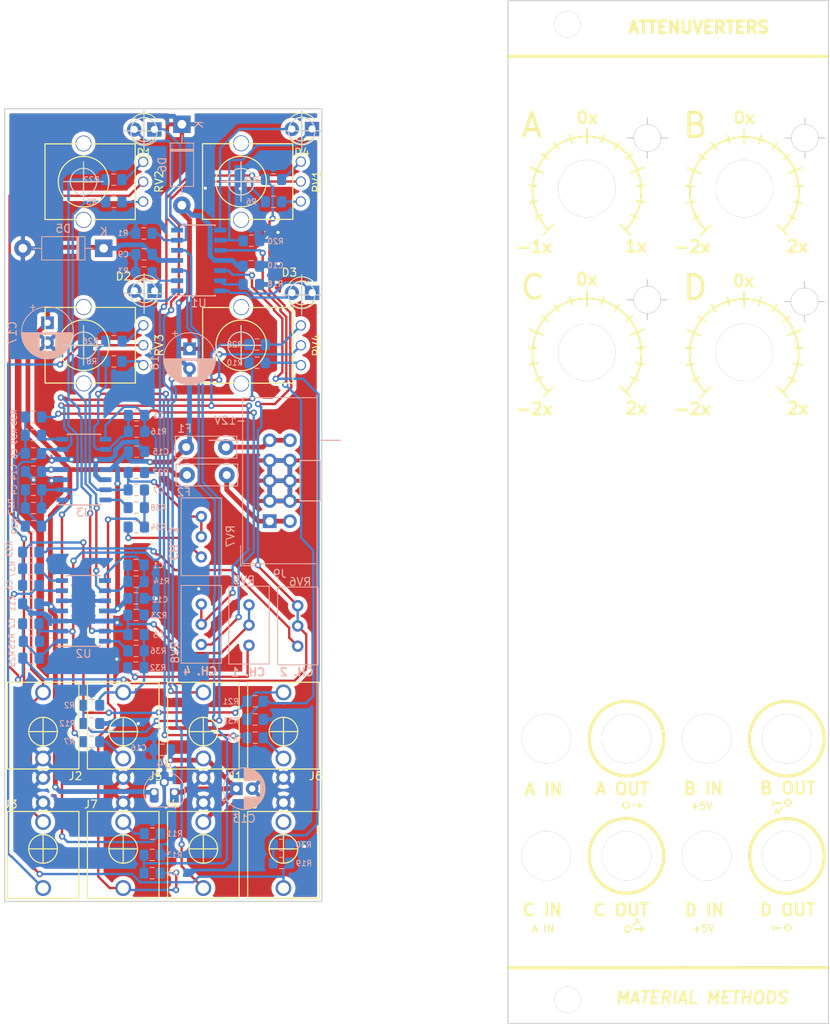
<source format=kicad_pcb>
(kicad_pcb (version 20171130) (host pcbnew "(5.1.9)-1")
  (layers (0 F.Cu signal) (31 B.Cu signal) (34 B.Paste user hide) (35 F.Paste user hide) (36 B.SilkS user) (37 F.SilkS user) (38 B.Mask user hide) (39 F.Mask user hide) (44 Edge.Cuts user))
  (net 0 "")
  (net 1 "Net-(C1-Pad2)")
  (net 2 "Net-(C1-Pad1)")
  (net 3 "Net-(C2-Pad2)")
  (net 4 "Net-(C2-Pad1)")
  (net 5 "Net-(C3-Pad2)")
  (net 6 "Net-(C3-Pad1)")
  (net 7 "Net-(C4-Pad1)")
  (net 8 "Net-(C4-Pad2)")
  (net 9 "Net-(C5-Pad2)")
  (net 10 Aout)
  (net 11 "Net-(C6-Pad2)")
  (net 12 Bout)
  (net 13 Cout)
  (net 14 "Net-(C7-Pad2)")
  (net 15 Dout)
  (net 16 "Net-(C8-Pad2)")
  (net 17 +12V)
  (net 18 GND)
  (net 19 -12V)
  (net 20 +5V)
  (net 21 "Net-(D1-Pad1)")
  (net 22 ledA)
  (net 23 "Net-(D2-Pad1)")
  (net 24 ledC)
  (net 25 ledD)
  (net 26 "Net-(D3-Pad1)")
  (net 27 ledB)
  (net 28 "Net-(D4-Pad1)")
  (net 29 /-12Vin)
  (net 30 /+12Vin)
  (net 31 Ain)
  (net 32 AoutSw)
  (net 33 BoutSw)
  (net 34 CoutSw)
  (net 35 "Net-(R12-Pad2)")
  (net 36 "Net-(R13-Pad2)")
  (net 37 "Net-(R5-Pad2)")
  (net 38 "Net-(R6-Pad2)")
  (net 39 "Net-(R8-Pad2)")
  (net 40 "Net-(R10-Pad2)")
  (net 41 "Net-(R19-Pad1)")
  (net 42 "Net-(R21-Pad1)")
  (net 43 "Net-(R22-Pad2)")
  (net 44 "Net-(R24-Pad2)")
  (net 45 "Net-(R26-Pad2)")
  (net 46 "Net-(R28-Pad2)")
  (net 47 "Net-(R32-Pad2)")
  (net 48 "Net-(R33-Pad2)")
  (net 49 "Net-(R34-Pad2)")
  (net 50 "Net-(R35-Pad2)")
  (net 51 "Net-(R36-Pad2)")
  (net 52 "Net-(R37-Pad2)")
  (net 53 "Net-(R38-Pad2)")
  (net 54 "Net-(R39-Pad2)")
  (net 55 /Bin)
  (net 56 /Cin)
  (net 57 /Din)
  (module Package_TO_SOT_THT:TO-92_HandSolder (layer B.Cu) (at 39.116 98.552 180)
    (fp_text reference U4 (at 1.27 3.56 180) (layer B.SilkS) (effects (justify mirror)))
    (fp_text value L78L05_TO92)
    (pad 1 thru_hole rect (at 0 0 180) (size 1.1 1.8) (drill 0.75 (offset 0 -0.4)) (layers *.Cu *.Mask) (net 20 +5V))
    (pad 3 thru_hole roundrect (at 2.54 0 180) (size 1.1 1.8) (drill 0.75 (offset 0 -0.4)) (layers *.Cu *.Mask) (net 17 +12V))
    (pad 2 thru_hole roundrect (at 1.27 1.27 180) (size 1.1 1.8) (drill 0.75 (offset 0 0.4)) (layers *.Cu *.Mask) (net 18 GND))
  )
  (module Eurocad:KnobTicksReduced (layer F.Cu) (at 90.91 42.27)
    (fp_text reference G*** hide)
    (fp_text value KnobTicksReduced hide)
  )
  (module Eurocad:KnobTicksReduced (layer F.Cu) (at 110.68 42.33)
    (fp_text reference G*** hide)
    (fp_text value KnobTicksReduced hide)
  )
  (module Eurocad:KnobTicksReduced (layer F.Cu) (at 110.71 21.98)
    (fp_text reference G*** hide)
    (fp_text value KnobTicksReduced hide)
  )
  (module Capacitor_SMD:C_0805_2012Metric_Pad1.15x1.40mm_HandSolder_smallText (layer B.Cu) (at 34.29 70 180)
    (fp_text reference C1 (at -2.794 -0.05 180) (layer B.SilkS) (effects (font (size 0.7 0.7) (thickness 0.12)) (justify mirror)))
    (fp_text value 10pF)
    (pad 2 smd roundrect (at 1.025 0 180) (size 1.15 1.4) (layers B.Cu B.Paste B.Mask) (roundrect_rratio 0.217391) (net 1 "Net-(C1-Pad2)"))
    (pad 1 smd roundrect (at -1.025 0 180) (size 1.15 1.4) (layers B.Cu B.Paste B.Mask) (roundrect_rratio 0.217391) (net 2 "Net-(C1-Pad1)"))
  )
  (module Capacitor_SMD:C_0805_2012Metric_Pad1.15x1.40mm_HandSolder_smallText (layer B.Cu) (at 21.06 77.38)
    (fp_text reference C2 (at -2.36 -0.03 90) (layer B.SilkS) (effects (font (size 0.7 0.7) (thickness 0.12)) (justify mirror)))
    (fp_text value 10pF)
    (pad 2 smd roundrect (at 1.025 0) (size 1.15 1.4) (layers B.Cu B.Paste B.Mask) (roundrect_rratio 0.217391) (net 3 "Net-(C2-Pad2)"))
    (pad 1 smd roundrect (at -1.025 0) (size 1.15 1.4) (layers B.Cu B.Paste B.Mask) (roundrect_rratio 0.217391) (net 4 "Net-(C2-Pad1)"))
  )
  (module Capacitor_SMD:C_0805_2012Metric_Pad1.15x1.40mm_HandSolder_smallText (layer B.Cu) (at 34.354 51.202 180)
    (fp_text reference C3 (at -2.794 -0.05 180) (layer B.SilkS) (effects (font (size 0.7 0.7) (thickness 0.12)) (justify mirror)))
    (fp_text value 10pF)
    (pad 2 smd roundrect (at 1.025 0 180) (size 1.15 1.4) (layers B.Cu B.Paste B.Mask) (roundrect_rratio 0.217391) (net 5 "Net-(C3-Pad2)"))
    (pad 1 smd roundrect (at -1.025 0 180) (size 1.15 1.4) (layers B.Cu B.Paste B.Mask) (roundrect_rratio 0.217391) (net 6 "Net-(C3-Pad1)"))
  )
  (module Capacitor_SMD:C_0805_2012Metric_Pad1.15x1.40mm_HandSolder_smallText (layer B.Cu) (at 21.4 60.56)
    (fp_text reference C4 (at -2.45 -0.01 90) (layer B.SilkS) (effects (font (size 0.7 0.7) (thickness 0.12)) (justify mirror)))
    (fp_text value 10pF)
    (pad 1 smd roundrect (at -1.025 0) (size 1.15 1.4) (layers B.Cu B.Paste B.Mask) (roundrect_rratio 0.217391) (net 7 "Net-(C4-Pad1)"))
    (pad 2 smd roundrect (at 1.025 0) (size 1.15 1.4) (layers B.Cu B.Paste B.Mask) (roundrect_rratio 0.217391) (net 8 "Net-(C4-Pad2)"))
  )
  (module Capacitor_SMD:C_0805_2012Metric_Pad1.15x1.40mm_HandSolder_smallText (layer B.Cu) (at 34.3 78.75 180)
    (fp_text reference C5 (at -2.794 -0.05 180) (layer B.SilkS) (effects (font (size 0.7 0.7) (thickness 0.12)) (justify mirror)))
    (fp_text value 10pF)
    (pad 2 smd roundrect (at 1.025 0 180) (size 1.15 1.4) (layers B.Cu B.Paste B.Mask) (roundrect_rratio 0.217391) (net 9 "Net-(C5-Pad2)"))
    (pad 1 smd roundrect (at -1.025 0 180) (size 1.15 1.4) (layers B.Cu B.Paste B.Mask) (roundrect_rratio 0.217391) (net 10 Aout))
  )
  (module Capacitor_SMD:C_0805_2012Metric_Pad1.15x1.40mm_HandSolder_smallText (layer B.Cu) (at 21.057 72.575)
    (fp_text reference C6 (at -2.657 -0.025 90) (layer B.SilkS) (effects (font (size 0.7 0.7) (thickness 0.12)) (justify mirror)))
    (fp_text value 10pF)
    (pad 2 smd roundrect (at 1.025 0) (size 1.15 1.4) (layers B.Cu B.Paste B.Mask) (roundrect_rratio 0.217391) (net 11 "Net-(C6-Pad2)"))
    (pad 1 smd roundrect (at -1.025 0) (size 1.15 1.4) (layers B.Cu B.Paste B.Mask) (roundrect_rratio 0.217391) (net 12 Bout))
  )
  (module Capacitor_SMD:C_0805_2012Metric_Pad1.15x1.40mm_HandSolder_smallText (layer B.Cu) (at 34.329 60.575 180)
    (fp_text reference C7 (at -2.794 -0.05 180) (layer B.SilkS) (effects (font (size 0.7 0.7) (thickness 0.12)) (justify mirror)))
    (fp_text value 10pF)
    (pad 1 smd roundrect (at -1.025 0 180) (size 1.15 1.4) (layers B.Cu B.Paste B.Mask) (roundrect_rratio 0.217391) (net 13 Cout))
    (pad 2 smd roundrect (at 1.025 0 180) (size 1.15 1.4) (layers B.Cu B.Paste B.Mask) (roundrect_rratio 0.217391) (net 14 "Net-(C7-Pad2)"))
  )
  (module Capacitor_SMD:C_0805_2012Metric_Pad1.15x1.40mm_HandSolder_smallText (layer B.Cu) (at 21.4 55.988)
    (fp_text reference C8 (at -2.4 0.037 90) (layer B.SilkS) (effects (font (size 0.7 0.7) (thickness 0.12)) (justify mirror)))
    (fp_text value 10pF)
    (pad 1 smd roundrect (at -1.025 0) (size 1.15 1.4) (layers B.Cu B.Paste B.Mask) (roundrect_rratio 0.217391) (net 15 Dout))
    (pad 2 smd roundrect (at 1.025 0) (size 1.15 1.4) (layers B.Cu B.Paste B.Mask) (roundrect_rratio 0.217391) (net 16 "Net-(C8-Pad2)"))
  )
  (module Capacitor_SMD:C_0805_2012Metric_Pad1.15x1.40mm_HandSolder_smallText (layer B.Cu) (at 35.306 30.988)
    (fp_text reference C9 (at -2.606 -0.013) (layer B.SilkS) (effects (font (size 0.7 0.7) (thickness 0.12)) (justify mirror)))
    (fp_text value 100nF)
    (pad 2 smd roundrect (at 1.025 0) (size 1.15 1.4) (layers B.Cu B.Paste B.Mask) (roundrect_rratio 0.217391) (net 17 +12V))
    (pad 1 smd roundrect (at -1.025 0) (size 1.15 1.4) (layers B.Cu B.Paste B.Mask) (roundrect_rratio 0.217391) (net 18 GND))
  )
  (module Capacitor_SMD:C_0805_2012Metric_Pad1.15x1.40mm_HandSolder_smallText (layer B.Cu) (at 48.793 32.475)
    (fp_text reference C10 (at 3.032 -0.1) (layer B.SilkS) (effects (font (size 0.7 0.7) (thickness 0.12)) (justify mirror)))
    (fp_text value 100nF)
    (pad 1 smd roundrect (at -1.025 0) (size 1.15 1.4) (layers B.Cu B.Paste B.Mask) (roundrect_rratio 0.217391) (net 19 -12V))
    (pad 2 smd roundrect (at 1.025 0) (size 1.15 1.4) (layers B.Cu B.Paste B.Mask) (roundrect_rratio 0.217391) (net 18 GND))
  )
  (module Capacitor_SMD:C_0805_2012Metric_Pad1.15x1.40mm_HandSolder_smallText (layer B.Cu) (at 21.057 74.875)
    (fp_text reference C11 (at -2.307 -0.025 90) (layer B.SilkS) (effects (font (size 0.7 0.7) (thickness 0.12)) (justify mirror)))
    (fp_text value 100nF)
    (pad 2 smd roundrect (at 1.025 0) (size 1.15 1.4) (layers B.Cu B.Paste B.Mask) (roundrect_rratio 0.217391) (net 17 +12V))
    (pad 1 smd roundrect (at -1.025 0) (size 1.15 1.4) (layers B.Cu B.Paste B.Mask) (roundrect_rratio 0.217391) (net 18 GND))
  )
  (module Capacitor_SMD:C_0805_2012Metric_Pad1.15x1.40mm_HandSolder_smallText (layer B.Cu) (at 34.299 74.2)
    (fp_text reference C12 (at 3.001 0.15) (layer B.SilkS) (effects (font (size 0.7 0.7) (thickness 0.12)) (justify mirror)))
    (fp_text value 100nF)
    (pad 1 smd roundrect (at -1.025 0) (size 1.15 1.4) (layers B.Cu B.Paste B.Mask) (roundrect_rratio 0.217391) (net 19 -12V))
    (pad 2 smd roundrect (at 1.025 0) (size 1.15 1.4) (layers B.Cu B.Paste B.Mask) (roundrect_rratio 0.217391) (net 18 GND))
  )
  (module Capacitor_SMD:C_0805_2012Metric_Pad1.15x1.40mm_HandSolder_smallText (layer B.Cu) (at 21.4 58.274)
    (fp_text reference C14 (at -2.475 0.076 90) (layer B.SilkS) (effects (font (size 0.7 0.7) (thickness 0.12)) (justify mirror)))
    (fp_text value 100nF)
    (pad 2 smd roundrect (at 1.025 0) (size 1.15 1.4) (layers B.Cu B.Paste B.Mask) (roundrect_rratio 0.217391) (net 17 +12V))
    (pad 1 smd roundrect (at -1.025 0) (size 1.15 1.4) (layers B.Cu B.Paste B.Mask) (roundrect_rratio 0.217391) (net 18 GND))
  )
  (module Capacitor_SMD:C_0805_2012Metric_Pad1.15x1.40mm_HandSolder_smallText (layer B.Cu) (at 34.354 55.774)
    (fp_text reference C15 (at 3.048 0) (layer B.SilkS) (effects (font (size 0.7 0.7) (thickness 0.12)) (justify mirror)))
    (fp_text value 100nF)
    (pad 1 smd roundrect (at -1.025 0) (size 1.15 1.4) (layers B.Cu B.Paste B.Mask) (roundrect_rratio 0.217391) (net 19 -12V))
    (pad 2 smd roundrect (at 1.025 0) (size 1.15 1.4) (layers B.Cu B.Paste B.Mask) (roundrect_rratio 0.217391) (net 18 GND))
  )
  (module Capacitor_SMD:C_0805_2012Metric_Pad1.15x1.40mm_HandSolder_smallText (layer B.Cu) (at 37.592 93.218)
    (fp_text reference C16 (at -2.967 -0.243) (layer B.SilkS) (effects (font (size 0.7 0.7) (thickness 0.12)) (justify mirror)))
    (fp_text value 100nF)
    (pad 1 smd roundrect (at -1.025 0) (size 1.15 1.4) (layers B.Cu B.Paste B.Mask) (roundrect_rratio 0.217391) (net 18 GND))
    (pad 2 smd roundrect (at 1.025 0) (size 1.15 1.4) (layers B.Cu B.Paste B.Mask) (roundrect_rratio 0.217391) (net 20 +5V))
  )
  (module LED_THT:LED_D3.0mm (layer F.Cu) (at 36.6 15.3 180)
    (fp_text reference D1 (at 1.27 -2.96 180) (layer F.SilkS))
    (fp_text value "Tayda A-1076")
    (pad 1 thru_hole rect (at 0 0 180) (size 1.8 1.8) (drill 0.9) (layers *.Cu *.Mask) (net 21 "Net-(D1-Pad1)"))
    (pad 2 thru_hole circle (at 2.54 0 180) (size 1.8 1.8) (drill 0.9) (layers *.Cu *.Mask) (net 22 ledA))
  )
  (module LED_THT:LED_D3.0mm (layer F.Cu) (at 36.63 35.56 180)
    (fp_text reference D2 (at 3.92 1.81) (layer F.SilkS))
    (fp_text value "Tayda A-1076")
    (pad 2 thru_hole circle (at 2.54 0 180) (size 1.8 1.8) (drill 0.9) (layers *.Cu *.Mask) (net 24 ledC))
    (pad 1 thru_hole rect (at 0 0 180) (size 1.8 1.8) (drill 0.9) (layers *.Cu *.Mask) (net 23 "Net-(D2-Pad1)"))
  )
  (module LED_THT:LED_D3.0mm (layer F.Cu) (at 56.44 35.81 180)
    (fp_text reference D3 (at 2.86 2.55 180) (layer F.SilkS))
    (fp_text value "Tayda A-1076")
    (pad 2 thru_hole circle (at 2.54 0 180) (size 1.8 1.8) (drill 0.9) (layers *.Cu *.Mask) (net 25 ledD))
    (pad 1 thru_hole rect (at 0 0 180) (size 1.8 1.8) (drill 0.9) (layers *.Cu *.Mask) (net 26 "Net-(D3-Pad1)"))
  )
  (module LED_THT:LED_D3.0mm (layer F.Cu) (at 56.42 15.24 180)
    (fp_text reference D4 (at 1.27 -2.96 180) (layer F.SilkS))
    (fp_text value "Tayda A-1076")
    (pad 2 thru_hole circle (at 2.54 0 180) (size 1.8 1.8) (drill 0.9) (layers *.Cu *.Mask) (net 27 ledB))
    (pad 1 thru_hole rect (at 0 0 180) (size 1.8 1.8) (drill 0.9) (layers *.Cu *.Mask) (net 28 "Net-(D4-Pad1)"))
  )
  (module Diode_THT:D_DO-41_SOD81_P10.16mm_Horizontal (layer B.Cu) (at 30.226 30.226 180)
    (fp_text reference D5 (at 5.08 2.47 180) (layer B.SilkS) (effects (justify mirror)))
    (fp_text value 1N4001)
    (fp_text user K (at 0 2.1 180) (layer B.SilkS) (effects (justify mirror)))
    (pad 2 thru_hole oval (at 10.16 0 180) (size 2.2 2.2) (drill 1.1) (layers *.Cu *.Mask) (net 18 GND))
    (pad 1 thru_hole rect (at 0 0 180) (size 2.2 2.2) (drill 1.1) (layers *.Cu *.Mask) (net 17 +12V))
  )
  (module Diode_THT:D_DO-41_SOD81_P10.16mm_Horizontal (layer B.Cu) (at 40.06 14.65 270)
    (fp_text reference D6 (at 5.08 2.47 270) (layer B.SilkS) (effects (justify mirror)))
    (fp_text value 1N4001)
    (fp_text user K (at 0.04 -2.15 270) (layer B.SilkS) (effects (justify mirror)))
    (pad 1 thru_hole rect (at 0 0 270) (size 2.2 2.2) (drill 1.1) (layers *.Cu *.Mask) (net 18 GND))
    (pad 2 thru_hole oval (at 10.16 0 270) (size 2.2 2.2) (drill 1.1) (layers *.Cu *.Mask) (net 19 -12V))
  )
  (module Capacitor_THT:C_Disc_D7.5mm_W2.5mm_P5.00mm (layer B.Cu) (at 45.6 55.2 180)
    (fp_text reference F1 (at 5.2 2.325 180) (layer B.SilkS) (effects (justify mirror)))
    (fp_text value "Polyfuse 250mA (A-1391)")
    (pad 1 thru_hole circle (at 0 0 180) (size 2 2) (drill 1) (layers *.Cu *.Mask) (net 29 /-12Vin))
    (pad 2 thru_hole circle (at 5 0 180) (size 2 2) (drill 1) (layers *.Cu *.Mask) (net 19 -12V))
  )
  (module Capacitor_THT:C_Disc_D7.5mm_W2.5mm_P5.00mm (layer B.Cu) (at 40.7 58.7)
    (fp_text reference F2 (at -0.4 2.175) (layer B.SilkS) (effects (justify mirror)))
    (fp_text value "Polyfuse 250mA (A-1391)")
    (pad 2 thru_hole circle (at 5 0) (size 2 2) (drill 1) (layers *.Cu *.Mask) (net 30 /+12Vin))
    (pad 1 thru_hole circle (at 0 0) (size 2 2) (drill 1) (layers *.Cu *.Mask) (net 17 +12V))
  )
  (module Eurocad:PJ301M-12_Compact (layer F.Cu) (at 42.756666 90.932)
    (fp_text reference J1 (at 4.064 5.588) (layer F.SilkS))
    (fp_text value PJ301M-12)
    (pad 3 thru_hole circle (at 0 -4.92) (size 2 2) (drill 1.4) (layers *.Cu *.Mask) (net 55 /Bin))
    (pad 1 thru_hole circle (at 0 5.8) (size 1.8 1.8) (drill 1.1) (layers *.Cu *.Mask) (net 18 GND))
    (pad 2 thru_hole circle (at 0 3.38) (size 2 2) (drill 1.4) (layers *.Cu *.Mask) (net 20 +5V))
  )
  (module Eurocad:PJ301M-12_Compact (layer F.Cu) (at 22.606 90.932)
    (fp_text reference J2 (at 4.064 5.588) (layer F.SilkS))
    (fp_text value PJ301M-12)
    (pad 2 thru_hole circle (at 0 3.38) (size 2 2) (drill 1.4) (layers *.Cu *.Mask) (net 18 GND))
    (pad 1 thru_hole circle (at 0 5.8) (size 1.8 1.8) (drill 1.1) (layers *.Cu *.Mask) (net 18 GND))
    (pad 3 thru_hole circle (at 0 -4.92) (size 2 2) (drill 1.4) (layers *.Cu *.Mask) (net 31 Ain))
  )
  (module Eurocad:PJ301M-12_Compact (layer F.Cu) (at 22.606 105.664 180)
    (fp_text reference J3 (at 4.064 5.588 180) (layer F.SilkS))
    (fp_text value PJ301M-12)
    (pad 3 thru_hole circle (at 0 -4.92 180) (size 2 2) (drill 1.4) (layers *.Cu *.Mask) (net 56 /Cin))
    (pad 1 thru_hole circle (at 0 5.8 180) (size 1.8 1.8) (drill 1.1) (layers *.Cu *.Mask) (net 18 GND))
    (pad 2 thru_hole circle (at 0 3.38 180) (size 2 2) (drill 1.4) (layers *.Cu *.Mask) (net 31 Ain))
  )
  (module Eurocad:PJ301M-12_Compact (layer F.Cu) (at 42.756666 105.664 180)
    (fp_text reference J4 (at 4.064 5.588 180) (layer F.SilkS))
    (fp_text value PJ301M-12)
    (pad 2 thru_hole circle (at 0 3.38 180) (size 2 2) (drill 1.4) (layers *.Cu *.Mask) (net 20 +5V))
    (pad 1 thru_hole circle (at 0 5.8 180) (size 1.8 1.8) (drill 1.1) (layers *.Cu *.Mask) (net 18 GND))
    (pad 3 thru_hole circle (at 0 -4.92 180) (size 2 2) (drill 1.4) (layers *.Cu *.Mask) (net 57 /Din))
  )
  (module Eurocad:PJ301M-12_Compact (layer F.Cu) (at 32.681333 90.932)
    (fp_text reference J5 (at 4.064 5.588) (layer F.SilkS))
    (fp_text value PJ301M-12)
    (pad 2 thru_hole circle (at 0 3.38) (size 2 2) (drill 1.4) (layers *.Cu *.Mask) (net 32 AoutSw))
    (pad 1 thru_hole circle (at 0 5.8) (size 1.8 1.8) (drill 1.1) (layers *.Cu *.Mask) (net 18 GND))
    (pad 3 thru_hole circle (at 0 -4.92) (size 2 2) (drill 1.4) (layers *.Cu *.Mask) (net 10 Aout))
  )
  (module Eurocad:PJ301M-12_Compact (layer F.Cu) (at 52.832 90.932)
    (fp_text reference J6 (at 4.064 5.588) (layer F.SilkS))
    (fp_text value PJ301M-12)
    (pad 3 thru_hole circle (at 0 -4.92) (size 2 2) (drill 1.4) (layers *.Cu *.Mask) (net 12 Bout))
    (pad 1 thru_hole circle (at 0 5.8) (size 1.8 1.8) (drill 1.1) (layers *.Cu *.Mask) (net 18 GND))
    (pad 2 thru_hole circle (at 0 3.38) (size 2 2) (drill 1.4) (layers *.Cu *.Mask) (net 33 BoutSw))
  )
  (module Eurocad:PJ301M-12_Compact (layer F.Cu) (at 32.681333 105.664 180)
    (fp_text reference J7 (at 4.064 5.588 180) (layer F.SilkS))
    (fp_text value PJ301M-12)
    (pad 2 thru_hole circle (at 0 3.38 180) (size 2 2) (drill 1.4) (layers *.Cu *.Mask) (net 34 CoutSw))
    (pad 1 thru_hole circle (at 0 5.8 180) (size 1.8 1.8) (drill 1.1) (layers *.Cu *.Mask) (net 18 GND))
    (pad 3 thru_hole circle (at 0 -4.92 180) (size 2 2) (drill 1.4) (layers *.Cu *.Mask) (net 13 Cout))
  )
  (module Eurocad:PJ301M-12_Compact (layer F.Cu) (at 52.832 105.664 180)
    (fp_text reference J8 (at 4.064 5.588 180) (layer F.SilkS))
    (fp_text value PJ301M-12)
    (pad 3 thru_hole circle (at 0 -4.92 180) (size 2 2) (drill 1.4) (layers *.Cu *.Mask) (net 15 Dout))
    (pad 1 thru_hole circle (at 0 5.8 180) (size 1.8 1.8) (drill 1.1) (layers *.Cu *.Mask) (net 18 GND))
    (pad 2 thru_hole circle (at 0 3.38 180) (size 2 2) (drill 1.4) (layers *.Cu *.Mask))
  )
  (module Eurocad:Eurorack_power_header (layer B.Cu) (at 51.1 64.5)
    (fp_text reference J9 (at 1.27 6.604) (layer B.SilkS) (effects (justify mirror)))
    (fp_text value EURO_PWR_2x5)
    (fp_text user -12V (at -4.975 -12.65) (layer B.SilkS) (effects (justify mirror)))
    (pad 1 thru_hole rect (at 0 0) (size 1.7272 1.7272) (drill 1.016) (layers *.Cu *.Mask) (net 30 /+12Vin))
    (pad 2 thru_hole oval (at 2.54 0) (size 1.7272 1.7272) (drill 1.016) (layers *.Cu *.Mask) (net 30 /+12Vin))
    (pad 3 thru_hole oval (at 0 -2.54) (size 1.7272 1.7272) (drill 1.016) (layers *.Cu *.Mask) (net 18 GND))
    (pad 4 thru_hole oval (at 2.54 -2.54) (size 1.7272 1.7272) (drill 1.016) (layers *.Cu *.Mask) (net 18 GND))
    (pad 5 thru_hole oval (at 0 -5.08) (size 1.7272 1.7272) (drill 1.016) (layers *.Cu *.Mask) (net 18 GND))
    (pad 6 thru_hole oval (at 2.54 -5.08) (size 1.7272 1.7272) (drill 1.016) (layers *.Cu *.Mask) (net 18 GND))
    (pad 7 thru_hole oval (at 0 -7.62) (size 1.7272 1.7272) (drill 1.016) (layers *.Cu *.Mask) (net 18 GND))
    (pad 8 thru_hole oval (at 2.54 -7.62) (size 1.7272 1.7272) (drill 1.016) (layers *.Cu *.Mask) (net 18 GND))
    (pad 9 thru_hole oval (at 0 -10.16) (size 1.7272 1.7272) (drill 1.016) (layers *.Cu *.Mask) (net 29 /-12Vin))
    (pad 10 thru_hole oval (at 2.54 -10.16) (size 1.7272 1.7272) (drill 1.016) (layers *.Cu *.Mask) (net 29 /-12Vin))
  )
  (module Eurocad:R_0805_2012Metric_Pad1.15x1.40mm_HandSolder_smallText (layer B.Cu) (at 35.275 28.35 180)
    (fp_text reference R1 (at 2.625 0.025 180) (layer B.SilkS) (effects (font (size 0.7 0.7) (thickness 0.12)) (justify mirror)))
    (fp_text value 660R)
    (pad 2 smd roundrect (at 1.025 0 180) (size 1.15 1.4) (layers B.Cu B.Paste B.Mask) (roundrect_rratio 0.217391) (net 18 GND))
    (pad 1 smd roundrect (at -1.025 0 180) (size 1.15 1.4) (layers B.Cu B.Paste B.Mask) (roundrect_rratio 0.217391) (net 21 "Net-(D1-Pad1)"))
  )
  (module Eurocad:R_0805_2012Metric_Pad1.15x1.40mm_HandSolder_smallText (layer B.Cu) (at 28.702 87.63)
    (fp_text reference R2 (at -2.794 0) (layer B.SilkS) (effects (font (size 0.7 0.7) (thickness 0.12)) (justify mirror)))
    (fp_text value 1M)
    (pad 2 smd roundrect (at 1.025 0) (size 1.15 1.4) (layers B.Cu B.Paste B.Mask) (roundrect_rratio 0.217391) (net 10 Aout))
    (pad 1 smd roundrect (at -1.025 0) (size 1.15 1.4) (layers B.Cu B.Paste B.Mask) (roundrect_rratio 0.217391) (net 35 "Net-(R12-Pad2)"))
  )
  (module Eurocad:R_0805_2012Metric_Pad1.15x1.40mm_HandSolder_smallText (layer B.Cu) (at 35.306 33.274 180)
    (fp_text reference R3 (at 2.606 0.199 180) (layer B.SilkS) (effects (font (size 0.7 0.7) (thickness 0.12)) (justify mirror)))
    (fp_text value 660R)
    (pad 2 smd roundrect (at 1.025 0 180) (size 1.15 1.4) (layers B.Cu B.Paste B.Mask) (roundrect_rratio 0.217391) (net 18 GND))
    (pad 1 smd roundrect (at -1.025 0 180) (size 1.15 1.4) (layers B.Cu B.Paste B.Mask) (roundrect_rratio 0.217391) (net 23 "Net-(D2-Pad1)"))
  )
  (module Eurocad:R_0805_2012Metric_Pad1.15x1.40mm_HandSolder_smallText (layer B.Cu) (at 36.322 108.712)
    (fp_text reference R4 (at 2.553 0) (layer B.SilkS) (effects (font (size 0.7 0.7) (thickness 0.12)) (justify mirror)))
    (fp_text value 1M)
    (pad 2 smd roundrect (at 1.025 0) (size 1.15 1.4) (layers B.Cu B.Paste B.Mask) (roundrect_rratio 0.217391) (net 13 Cout))
    (pad 1 smd roundrect (at -1.025 0) (size 1.15 1.4) (layers B.Cu B.Paste B.Mask) (roundrect_rratio 0.217391) (net 36 "Net-(R13-Pad2)"))
  )
  (module Eurocad:R_0805_2012Metric_Pad1.15x1.40mm_HandSolder_smallText (layer B.Cu) (at 31.503832 24.398377)
    (fp_text reference R5 (at -2.794 0) (layer B.SilkS) (effects (font (size 0.7 0.7) (thickness 0.12)) (justify mirror)))
    (fp_text value 10k)
    (pad 1 smd roundrect (at -1.025 0) (size 1.15 1.4) (layers B.Cu B.Paste B.Mask) (roundrect_rratio 0.217391) (net 1 "Net-(C1-Pad2)"))
    (pad 2 smd roundrect (at 1.025 0) (size 1.15 1.4) (layers B.Cu B.Paste B.Mask) (roundrect_rratio 0.217391) (net 37 "Net-(R5-Pad2)"))
  )
  (module Eurocad:R_0805_2012Metric_Pad1.15x1.40mm_HandSolder_smallText (layer B.Cu) (at 51.584223 24.377319)
    (fp_text reference R6 (at -2.794 0) (layer B.SilkS) (effects (font (size 0.7 0.7) (thickness 0.12)) (justify mirror)))
    (fp_text value 10k)
    (pad 2 smd roundrect (at 1.025 0) (size 1.15 1.4) (layers B.Cu B.Paste B.Mask) (roundrect_rratio 0.217391) (net 38 "Net-(R6-Pad2)"))
    (pad 1 smd roundrect (at -1.025 0) (size 1.15 1.4) (layers B.Cu B.Paste B.Mask) (roundrect_rratio 0.217391) (net 3 "Net-(C2-Pad2)"))
  )
  (module Eurocad:R_0805_2012Metric_Pad1.15x1.40mm_HandSolder_smallText (layer B.Cu) (at 28.702 92.202)
    (fp_text reference R7 (at -2.794 0) (layer B.SilkS) (effects (font (size 0.7 0.7) (thickness 0.12)) (justify mirror)))
    (fp_text value 20k)
    (pad 2 smd roundrect (at 1.025 0) (size 1.15 1.4) (layers B.Cu B.Paste B.Mask) (roundrect_rratio 0.217391) (net 32 AoutSw))
    (pad 1 smd roundrect (at -1.025 0) (size 1.15 1.4) (layers B.Cu B.Paste B.Mask) (roundrect_rratio 0.217391) (net 3 "Net-(C2-Pad2)"))
  )
  (module Eurocad:R_0805_2012Metric_Pad1.15x1.40mm_HandSolder_smallText (layer B.Cu) (at 31.510078 44.431704)
    (fp_text reference R8 (at -2.794 0) (layer B.SilkS) (effects (font (size 0.7 0.7) (thickness 0.12)) (justify mirror)))
    (fp_text value 10k)
    (pad 2 smd roundrect (at 1.025 0) (size 1.15 1.4) (layers B.Cu B.Paste B.Mask) (roundrect_rratio 0.217391) (net 39 "Net-(R8-Pad2)"))
    (pad 1 smd roundrect (at -1.025 0) (size 1.15 1.4) (layers B.Cu B.Paste B.Mask) (roundrect_rratio 0.217391) (net 5 "Net-(C3-Pad2)"))
  )
  (module Eurocad:R_0805_2012Metric_Pad1.15x1.40mm_HandSolder_smallText (layer B.Cu) (at 49.276 91.694)
    (fp_text reference R9 (at -2.794 0) (layer B.SilkS) (effects (font (size 0.7 0.7) (thickness 0.12)) (justify mirror)))
    (fp_text value 20k)
    (pad 1 smd roundrect (at -1.025 0) (size 1.15 1.4) (layers B.Cu B.Paste B.Mask) (roundrect_rratio 0.217391) (net 5 "Net-(C3-Pad2)"))
    (pad 2 smd roundrect (at 1.025 0) (size 1.15 1.4) (layers B.Cu B.Paste B.Mask) (roundrect_rratio 0.217391) (net 33 BoutSw))
  )
  (module Eurocad:R_0805_2012Metric_Pad1.15x1.40mm_HandSolder_smallText (layer B.Cu) (at 49.511 44.597)
    (fp_text reference R10 (at -2.794 0 180) (layer B.SilkS) (effects (font (size 0.7 0.7) (thickness 0.12)) (justify mirror)))
    (fp_text value 10k)
    (pad 2 smd roundrect (at 1.025 0) (size 1.15 1.4) (layers B.Cu B.Paste B.Mask) (roundrect_rratio 0.217391) (net 40 "Net-(R10-Pad2)"))
    (pad 1 smd roundrect (at -1.025 0) (size 1.15 1.4) (layers B.Cu B.Paste B.Mask) (roundrect_rratio 0.217391) (net 8 "Net-(C4-Pad2)"))
  )
  (module Eurocad:R_0805_2012Metric_Pad1.15x1.40mm_HandSolder_smallText (layer B.Cu) (at 36.35 103.75 180)
    (fp_text reference R11 (at -2.794 0 180) (layer B.SilkS) (effects (font (size 0.7 0.7) (thickness 0.12)) (justify mirror)))
    (fp_text value 20k)
    (pad 1 smd roundrect (at -1.025 0 180) (size 1.15 1.4) (layers B.Cu B.Paste B.Mask) (roundrect_rratio 0.217391) (net 8 "Net-(C4-Pad2)"))
    (pad 2 smd roundrect (at 1.025 0 180) (size 1.15 1.4) (layers B.Cu B.Paste B.Mask) (roundrect_rratio 0.217391) (net 34 CoutSw))
  )
  (module Eurocad:R_0805_2012Metric_Pad1.15x1.40mm_HandSolder_smallText (layer B.Cu) (at 28.702 89.916 180)
    (fp_text reference R12 (at 3.048 0 180) (layer B.SilkS) (effects (font (size 0.7 0.7) (thickness 0.12)) (justify mirror)))
    (fp_text value 1M)
    (pad 1 smd roundrect (at -1.025 0 180) (size 1.15 1.4) (layers B.Cu B.Paste B.Mask) (roundrect_rratio 0.217391) (net 18 GND))
    (pad 2 smd roundrect (at 1.025 0 180) (size 1.15 1.4) (layers B.Cu B.Paste B.Mask) (roundrect_rratio 0.217391) (net 35 "Net-(R12-Pad2)"))
  )
  (module Eurocad:R_0805_2012Metric_Pad1.15x1.40mm_HandSolder_smallText (layer B.Cu) (at 36.322 106.426 180)
    (fp_text reference R13 (at -2.794 0 180) (layer B.SilkS) (effects (font (size 0.7 0.7) (thickness 0.12)) (justify mirror)))
    (fp_text value 1M)
    (pad 1 smd roundrect (at -1.025 0 180) (size 1.15 1.4) (layers B.Cu B.Paste B.Mask) (roundrect_rratio 0.217391) (net 18 GND))
    (pad 2 smd roundrect (at 1.025 0 180) (size 1.15 1.4) (layers B.Cu B.Paste B.Mask) (roundrect_rratio 0.217391) (net 36 "Net-(R13-Pad2)"))
  )
  (module Eurocad:R_0805_2012Metric_Pad1.15x1.40mm_HandSolder_smallText (layer B.Cu) (at 34.3 72.1 180)
    (fp_text reference R14 (at -3.199001 0.063891 180) (layer B.SilkS) (effects (font (size 0.7 0.7) (thickness 0.12)) (justify mirror)))
    (fp_text value 10k)
    (pad 1 smd roundrect (at -1.025 0 180) (size 1.15 1.4) (layers B.Cu B.Paste B.Mask) (roundrect_rratio 0.217391) (net 2 "Net-(C1-Pad1)"))
    (pad 2 smd roundrect (at 1.025 0 180) (size 1.15 1.4) (layers B.Cu B.Paste B.Mask) (roundrect_rratio 0.217391) (net 1 "Net-(C1-Pad2)"))
  )
  (module Eurocad:R_0805_2012Metric_Pad1.15x1.40mm_HandSolder_smallText (layer B.Cu) (at 21.14 79.61)
    (fp_text reference R15 (at -2.45 -0.01 90) (layer B.SilkS) (effects (font (size 0.7 0.7) (thickness 0.12)) (justify mirror)))
    (fp_text value 10k)
    (pad 1 smd roundrect (at -1.025 0) (size 1.15 1.4) (layers B.Cu B.Paste B.Mask) (roundrect_rratio 0.217391) (net 4 "Net-(C2-Pad1)"))
    (pad 2 smd roundrect (at 1.025 0) (size 1.15 1.4) (layers B.Cu B.Paste B.Mask) (roundrect_rratio 0.217391) (net 3 "Net-(C2-Pad2)"))
  )
  (module Eurocad:R_0805_2012Metric_Pad1.15x1.40mm_HandSolder_smallText (layer B.Cu) (at 34.35 53.25 180)
    (fp_text reference R16 (at -2.794 0 180) (layer B.SilkS) (effects (font (size 0.7 0.7) (thickness 0.12)) (justify mirror)))
    (fp_text value 10k)
    (pad 2 smd roundrect (at 1.025 0 180) (size 1.15 1.4) (layers B.Cu B.Paste B.Mask) (roundrect_rratio 0.217391) (net 5 "Net-(C3-Pad2)"))
    (pad 1 smd roundrect (at -1.025 0 180) (size 1.15 1.4) (layers B.Cu B.Paste B.Mask) (roundrect_rratio 0.217391) (net 6 "Net-(C3-Pad1)"))
  )
  (module Eurocad:R_0805_2012Metric_Pad1.15x1.40mm_HandSolder_smallText (layer B.Cu) (at 21.4 62.846)
    (fp_text reference R17 (at -2.775 -0.196 90) (layer B.SilkS) (effects (font (size 0.7 0.7) (thickness 0.12)) (justify mirror)))
    (fp_text value 10k)
    (pad 1 smd roundrect (at -1.025 0) (size 1.15 1.4) (layers B.Cu B.Paste B.Mask) (roundrect_rratio 0.217391) (net 7 "Net-(C4-Pad1)"))
    (pad 2 smd roundrect (at 1.025 0) (size 1.15 1.4) (layers B.Cu B.Paste B.Mask) (roundrect_rratio 0.217391) (net 8 "Net-(C4-Pad2)"))
  )
  (module Eurocad:R_0805_2012Metric_Pad1.15x1.40mm_HandSolder_smallText (layer B.Cu) (at 48.793 34.761)
    (fp_text reference R18 (at 3.007 -0.061) (layer B.SilkS) (effects (font (size 0.7 0.7) (thickness 0.12)) (justify mirror)))
    (fp_text value 660R)
    (pad 1 smd roundrect (at -1.025 0) (size 1.15 1.4) (layers B.Cu B.Paste B.Mask) (roundrect_rratio 0.217391) (net 26 "Net-(D3-Pad1)"))
    (pad 2 smd roundrect (at 1.025 0) (size 1.15 1.4) (layers B.Cu B.Paste B.Mask) (roundrect_rratio 0.217391) (net 18 GND))
  )
  (module Eurocad:R_0805_2012Metric_Pad1.15x1.40mm_HandSolder_smallText (layer B.Cu) (at 52.578 107.442)
    (fp_text reference R19 (at 2.822 0.033) (layer B.SilkS) (effects (font (size 0.7 0.7) (thickness 0.12)) (justify mirror)))
    (fp_text value 1M)
    (pad 1 smd roundrect (at -1.025 0) (size 1.15 1.4) (layers B.Cu B.Paste B.Mask) (roundrect_rratio 0.217391) (net 41 "Net-(R19-Pad1)"))
    (pad 2 smd roundrect (at 1.025 0) (size 1.15 1.4) (layers B.Cu B.Paste B.Mask) (roundrect_rratio 0.217391) (net 15 Dout))
  )
  (module Eurocad:R_0805_2012Metric_Pad1.15x1.40mm_HandSolder_smallText (layer B.Cu) (at 48.8 29.275)
    (fp_text reference R20 (at 3.05 0.075) (layer B.SilkS) (effects (font (size 0.7 0.7) (thickness 0.12)) (justify mirror)))
    (fp_text value 660R)
    (pad 1 smd roundrect (at -1.025 0) (size 1.15 1.4) (layers B.Cu B.Paste B.Mask) (roundrect_rratio 0.217391) (net 28 "Net-(D4-Pad1)"))
    (pad 2 smd roundrect (at 1.025 0) (size 1.15 1.4) (layers B.Cu B.Paste B.Mask) (roundrect_rratio 0.217391) (net 18 GND))
  )
  (module Eurocad:R_0805_2012Metric_Pad1.15x1.40mm_HandSolder_smallText (layer B.Cu) (at 49.267 87.122 180)
    (fp_text reference R21 (at 3.067 -0.028 180) (layer B.SilkS) (effects (font (size 0.7 0.7) (thickness 0.12)) (justify mirror)))
    (fp_text value 1M)
    (pad 1 smd roundrect (at -1.025 0 180) (size 1.15 1.4) (layers B.Cu B.Paste B.Mask) (roundrect_rratio 0.217391) (net 42 "Net-(R21-Pad1)"))
    (pad 2 smd roundrect (at 1.025 0 180) (size 1.15 1.4) (layers B.Cu B.Paste B.Mask) (roundrect_rratio 0.217391) (net 12 Bout))
  )
  (module Eurocad:R_0805_2012Metric_Pad1.15x1.40mm_HandSolder_smallText (layer B.Cu) (at 31.494832 21.604377)
    (fp_text reference R22 (at -2.794 0) (layer B.SilkS) (effects (font (size 0.7 0.7) (thickness 0.12)) (justify mirror)))
    (fp_text value 10k)
    (pad 1 smd roundrect (at -1.025 0) (size 1.15 1.4) (layers B.Cu B.Paste B.Mask) (roundrect_rratio 0.217391) (net 9 "Net-(C5-Pad2)"))
    (pad 2 smd roundrect (at 1.025 0) (size 1.15 1.4) (layers B.Cu B.Paste B.Mask) (roundrect_rratio 0.217391) (net 43 "Net-(R22-Pad2)"))
  )
  (module Eurocad:R_0805_2012Metric_Pad1.15x1.40mm_HandSolder_smallText (layer B.Cu) (at 34.29 76.282)
    (fp_text reference R23 (at 2.91 0.068) (layer B.SilkS) (effects (font (size 0.7 0.7) (thickness 0.12)) (justify mirror)))
    (fp_text value 10k)
    (pad 2 smd roundrect (at 1.025 0) (size 1.15 1.4) (layers B.Cu B.Paste B.Mask) (roundrect_rratio 0.217391) (net 2 "Net-(C1-Pad1)"))
    (pad 1 smd roundrect (at -1.025 0) (size 1.15 1.4) (layers B.Cu B.Paste B.Mask) (roundrect_rratio 0.217391) (net 9 "Net-(C5-Pad2)"))
  )
  (module Eurocad:R_0805_2012Metric_Pad1.15x1.40mm_HandSolder_smallText (layer B.Cu) (at 51.575223 21.583319)
    (fp_text reference R24 (at -2.794 0) (layer B.SilkS) (effects (font (size 0.7 0.7) (thickness 0.12)) (justify mirror)))
    (fp_text value 10k)
    (pad 1 smd roundrect (at -1.025 0) (size 1.15 1.4) (layers B.Cu B.Paste B.Mask) (roundrect_rratio 0.217391) (net 11 "Net-(C6-Pad2)"))
    (pad 2 smd roundrect (at 1.025 0) (size 1.15 1.4) (layers B.Cu B.Paste B.Mask) (roundrect_rratio 0.217391) (net 44 "Net-(R24-Pad2)"))
  )
  (module Eurocad:R_0805_2012Metric_Pad1.15x1.40mm_HandSolder_smallText (layer B.Cu) (at 21.082 81.7)
    (fp_text reference R25 (at -2.352 0.1 90) (layer B.SilkS) (effects (font (size 0.7 0.7) (thickness 0.12)) (justify mirror)))
    (fp_text value 10k)
    (pad 1 smd roundrect (at -1.025 0) (size 1.15 1.4) (layers B.Cu B.Paste B.Mask) (roundrect_rratio 0.217391) (net 11 "Net-(C6-Pad2)"))
    (pad 2 smd roundrect (at 1.025 0) (size 1.15 1.4) (layers B.Cu B.Paste B.Mask) (roundrect_rratio 0.217391) (net 4 "Net-(C2-Pad1)"))
  )
  (module Eurocad:R_0805_2012Metric_Pad1.15x1.40mm_HandSolder_smallText (layer B.Cu) (at 31.519078 41.891704)
    (fp_text reference R26 (at -2.949 0.001) (layer B.SilkS) (effects (font (size 0.7 0.7) (thickness 0.12)) (justify mirror)))
    (fp_text value 10k)
    (pad 2 smd roundrect (at 1.025 0) (size 1.15 1.4) (layers B.Cu B.Paste B.Mask) (roundrect_rratio 0.217391) (net 45 "Net-(R26-Pad2)"))
    (pad 1 smd roundrect (at -1.025 0) (size 1.15 1.4) (layers B.Cu B.Paste B.Mask) (roundrect_rratio 0.217391) (net 14 "Net-(C7-Pad2)"))
  )
  (module Eurocad:R_0805_2012Metric_Pad1.15x1.40mm_HandSolder_smallText (layer B.Cu) (at 34.329 58.385)
    (fp_text reference R27 (at 3.048 0) (layer B.SilkS) (effects (font (size 0.7 0.7) (thickness 0.12)) (justify mirror)))
    (fp_text value 10k)
    (pad 1 smd roundrect (at -1.025 0) (size 1.15 1.4) (layers B.Cu B.Paste B.Mask) (roundrect_rratio 0.217391) (net 14 "Net-(C7-Pad2)"))
    (pad 2 smd roundrect (at 1.025 0) (size 1.15 1.4) (layers B.Cu B.Paste B.Mask) (roundrect_rratio 0.217391) (net 6 "Net-(C3-Pad1)"))
  )
  (module Eurocad:R_0805_2012Metric_Pad1.15x1.40mm_HandSolder_smallText (layer B.Cu) (at 49.511 42.311)
    (fp_text reference R28 (at -2.794 0 180) (layer B.SilkS) (effects (font (size 0.7 0.7) (thickness 0.12)) (justify mirror)))
    (fp_text value 10k)
    (pad 1 smd roundrect (at -1.025 0) (size 1.15 1.4) (layers B.Cu B.Paste B.Mask) (roundrect_rratio 0.217391) (net 16 "Net-(C8-Pad2)"))
    (pad 2 smd roundrect (at 1.025 0) (size 1.15 1.4) (layers B.Cu B.Paste B.Mask) (roundrect_rratio 0.217391) (net 46 "Net-(R28-Pad2)"))
  )
  (module Eurocad:R_0805_2012Metric_Pad1.15x1.40mm_HandSolder_smallText (layer B.Cu) (at 21.4 65.132)
    (fp_text reference R29 (at -2.375 -0.007 90) (layer B.SilkS) (effects (font (size 0.7 0.7) (thickness 0.12)) (justify mirror)))
    (fp_text value 10k)
    (pad 2 smd roundrect (at 1.025 0) (size 1.15 1.4) (layers B.Cu B.Paste B.Mask) (roundrect_rratio 0.217391) (net 7 "Net-(C4-Pad1)"))
    (pad 1 smd roundrect (at -1.025 0) (size 1.15 1.4) (layers B.Cu B.Paste B.Mask) (roundrect_rratio 0.217391) (net 16 "Net-(C8-Pad2)"))
  )
  (module Eurocad:R_0805_2012Metric_Pad1.15x1.40mm_HandSolder_smallText (layer B.Cu) (at 52.578 105.156 180)
    (fp_text reference R30 (at -2.794 0 180) (layer B.SilkS) (effects (font (size 0.7 0.7) (thickness 0.12)) (justify mirror)))
    (fp_text value 1M)
    (pad 2 smd roundrect (at 1.025 0 180) (size 1.15 1.4) (layers B.Cu B.Paste B.Mask) (roundrect_rratio 0.217391) (net 41 "Net-(R19-Pad1)"))
    (pad 1 smd roundrect (at -1.025 0 180) (size 1.15 1.4) (layers B.Cu B.Paste B.Mask) (roundrect_rratio 0.217391) (net 18 GND))
  )
  (module Eurocad:R_0805_2012Metric_Pad1.15x1.40mm_HandSolder_smallText (layer B.Cu) (at 49.276 89.408 180)
    (fp_text reference R31 (at 3.076 -0.167 180) (layer B.SilkS) (effects (font (size 0.7 0.7) (thickness 0.12)) (justify mirror)))
    (fp_text value 1M)
    (pad 2 smd roundrect (at 1.025 0 180) (size 1.15 1.4) (layers B.Cu B.Paste B.Mask) (roundrect_rratio 0.217391) (net 42 "Net-(R21-Pad1)"))
    (pad 1 smd roundrect (at -1.025 0 180) (size 1.15 1.4) (layers B.Cu B.Paste B.Mask) (roundrect_rratio 0.217391) (net 18 GND))
  )
  (module Eurocad:R_0805_2012Metric_Pad1.15x1.40mm_HandSolder_smallText (layer B.Cu) (at 34.265 82.9 180)
    (fp_text reference R32 (at -2.794 0 180) (layer B.SilkS) (effects (font (size 0.7 0.7) (thickness 0.12)) (justify mirror)))
    (fp_text value 9.1k)
    (pad 1 smd roundrect (at -1.025 0 180) (size 1.15 1.4) (layers B.Cu B.Paste B.Mask) (roundrect_rratio 0.217391) (net 10 Aout))
    (pad 2 smd roundrect (at 1.025 0 180) (size 1.15 1.4) (layers B.Cu B.Paste B.Mask) (roundrect_rratio 0.217391) (net 47 "Net-(R32-Pad2)"))
  )
  (module Eurocad:R_0805_2012Metric_Pad1.15x1.40mm_HandSolder_smallText (layer B.Cu) (at 21.057 68.375)
    (fp_text reference R33 (at -2.657 -0.375 90) (layer B.SilkS) (effects (font (size 0.7 0.7) (thickness 0.12)) (justify mirror)))
    (fp_text value 18k)
    (pad 2 smd roundrect (at 1.025 0) (size 1.15 1.4) (layers B.Cu B.Paste B.Mask) (roundrect_rratio 0.217391) (net 48 "Net-(R33-Pad2)"))
    (pad 1 smd roundrect (at -1.025 0) (size 1.15 1.4) (layers B.Cu B.Paste B.Mask) (roundrect_rratio 0.217391) (net 12 Bout))
  )
  (module Eurocad:R_0805_2012Metric_Pad1.15x1.40mm_HandSolder_smallText (layer B.Cu) (at 34.329 65.243 180)
    (fp_text reference R34 (at -2.794 0 180) (layer B.SilkS) (effects (font (size 0.7 0.7) (thickness 0.12)) (justify mirror)))
    (fp_text value 18k)
    (pad 1 smd roundrect (at -1.025 0 180) (size 1.15 1.4) (layers B.Cu B.Paste B.Mask) (roundrect_rratio 0.217391) (net 13 Cout))
    (pad 2 smd roundrect (at 1.025 0 180) (size 1.15 1.4) (layers B.Cu B.Paste B.Mask) (roundrect_rratio 0.217391) (net 49 "Net-(R34-Pad2)"))
  )
  (module Eurocad:R_0805_2012Metric_Pad1.15x1.40mm_HandSolder_smallText (layer B.Cu) (at 21.4 51.416)
    (fp_text reference R35 (at -2.45 0.059 90) (layer B.SilkS) (effects (font (size 0.7 0.7) (thickness 0.12)) (justify mirror)))
    (fp_text value 18k)
    (pad 1 smd roundrect (at -1.025 0) (size 1.15 1.4) (layers B.Cu B.Paste B.Mask) (roundrect_rratio 0.217391) (net 15 Dout))
    (pad 2 smd roundrect (at 1.025 0) (size 1.15 1.4) (layers B.Cu B.Paste B.Mask) (roundrect_rratio 0.217391) (net 50 "Net-(R35-Pad2)"))
  )
  (module Eurocad:R_0805_2012Metric_Pad1.15x1.40mm_HandSolder_smallText (layer B.Cu) (at 34.3 80.8 180)
    (fp_text reference R36 (at -2.794 0 180) (layer B.SilkS) (effects (font (size 0.7 0.7) (thickness 0.12)) (justify mirror)))
    (fp_text value 220R)
    (pad 2 smd roundrect (at 1.025 0 180) (size 1.15 1.4) (layers B.Cu B.Paste B.Mask) (roundrect_rratio 0.217391) (net 51 "Net-(R36-Pad2)"))
    (pad 1 smd roundrect (at -1.025 0 180) (size 1.15 1.4) (layers B.Cu B.Paste B.Mask) (roundrect_rratio 0.217391) (net 10 Aout))
  )
  (module Eurocad:R_0805_2012Metric_Pad1.15x1.40mm_HandSolder_smallText (layer B.Cu) (at 21.057 70.475)
    (fp_text reference R37 (at -2.307 0.025 90) (layer B.SilkS) (effects (font (size 0.7 0.7) (thickness 0.12)) (justify mirror)))
    (fp_text value 220R)
    (pad 2 smd roundrect (at 1.025 0) (size 1.15 1.4) (layers B.Cu B.Paste B.Mask) (roundrect_rratio 0.217391) (net 52 "Net-(R37-Pad2)"))
    (pad 1 smd roundrect (at -1.025 0) (size 1.15 1.4) (layers B.Cu B.Paste B.Mask) (roundrect_rratio 0.217391) (net 12 Bout))
  )
  (module Eurocad:R_0805_2012Metric_Pad1.15x1.40mm_HandSolder_smallText (layer B.Cu) (at 34.325 62.8 180)
    (fp_text reference R38 (at -2.794 0 180) (layer B.SilkS) (effects (font (size 0.7 0.7) (thickness 0.12)) (justify mirror)))
    (fp_text value 220R)
    (pad 2 smd roundrect (at 1.025 0 180) (size 1.15 1.4) (layers B.Cu B.Paste B.Mask) (roundrect_rratio 0.217391) (net 53 "Net-(R38-Pad2)"))
    (pad 1 smd roundrect (at -1.025 0 180) (size 1.15 1.4) (layers B.Cu B.Paste B.Mask) (roundrect_rratio 0.217391) (net 13 Cout))
  )
  (module Eurocad:R_0805_2012Metric_Pad1.15x1.40mm_HandSolder_smallText (layer B.Cu) (at 21.4 53.702)
    (fp_text reference R39 (at -2.425 0.148 90) (layer B.SilkS) (effects (font (size 0.7 0.7) (thickness 0.12)) (justify mirror)))
    (fp_text value 220R)
    (pad 2 smd roundrect (at 1.025 0) (size 1.15 1.4) (layers B.Cu B.Paste B.Mask) (roundrect_rratio 0.217391) (net 54 "Net-(R39-Pad2)"))
    (pad 1 smd roundrect (at -1.025 0) (size 1.15 1.4) (layers B.Cu B.Paste B.Mask) (roundrect_rratio 0.217391) (net 15 Dout))
  )
  (module Eurocad:Alpha9mmPot (layer F.Cu) (at 47.511223 21.837319 90)
    (fp_text reference RV1 (at 0 9.5 90) (layer F.SilkS))
    (fp_text value 100k)
    (pad "" thru_hole circle (at 4.8 0 90) (size 2 2) (drill 1.8) (layers *.Cu *.Mask))
    (pad "" thru_hole circle (at -4.8 0 90) (size 2 2) (drill 1.8) (layers *.Cu *.Mask))
    (pad 3 thru_hole circle (at 2.5 7.5 90) (size 1.3 1.3) (drill 1) (layers *.Cu *.Mask) (net 44 "Net-(R24-Pad2)"))
    (pad 2 thru_hole circle (at 0 7.5 90) (size 1.3 1.3) (drill 1) (layers *.Cu *.Mask) (net 55 /Bin))
    (pad 1 thru_hole circle (at -2.5 7.5 90) (size 1.3 1.3) (drill 1) (layers *.Cu *.Mask) (net 38 "Net-(R6-Pad2)"))
  )
  (module Eurocad:Alpha9mmPot (layer F.Cu) (at 27.693832 21.858377 90)
    (fp_text reference RV2 (at 0 9.5 90) (layer F.SilkS))
    (fp_text value 100k)
    (pad 1 thru_hole circle (at -2.5 7.5 90) (size 1.3 1.3) (drill 1) (layers *.Cu *.Mask) (net 37 "Net-(R5-Pad2)"))
    (pad 2 thru_hole circle (at 0 7.5 90) (size 1.3 1.3) (drill 1) (layers *.Cu *.Mask) (net 31 Ain))
    (pad 3 thru_hole circle (at 2.5 7.5 90) (size 1.3 1.3) (drill 1) (layers *.Cu *.Mask) (net 43 "Net-(R22-Pad2)"))
    (pad "" thru_hole circle (at -4.8 0 90) (size 2 2) (drill 1.8) (layers *.Cu *.Mask))
    (pad "" thru_hole circle (at 4.8 0 90) (size 2 2) (drill 1.8) (layers *.Cu *.Mask))
  )
  (module Eurocad:Alpha9mmPot (layer F.Cu) (at 27.709078 42.399704 90)
    (fp_text reference RV3 (at 0 9.5 90) (layer F.SilkS))
    (fp_text value 100k)
    (pad 1 thru_hole circle (at -2.5 7.5 90) (size 1.3 1.3) (drill 1) (layers *.Cu *.Mask) (net 39 "Net-(R8-Pad2)"))
    (pad 2 thru_hole circle (at 0 7.5 90) (size 1.3 1.3) (drill 1) (layers *.Cu *.Mask) (net 56 /Cin))
    (pad 3 thru_hole circle (at 2.5 7.5 90) (size 1.3 1.3) (drill 1) (layers *.Cu *.Mask) (net 45 "Net-(R26-Pad2)"))
    (pad "" thru_hole circle (at -4.8 0 90) (size 2 2) (drill 1.8) (layers *.Cu *.Mask))
    (pad "" thru_hole circle (at 4.8 0 90) (size 2 2) (drill 1.8) (layers *.Cu *.Mask))
  )
  (module Eurocad:Alpha9mmPot (layer F.Cu) (at 47.522 42.412 90)
    (fp_text reference RV4 (at 0 9.5 270) (layer F.SilkS))
    (fp_text value 100k)
    (pad "" thru_hole circle (at 4.8 0 90) (size 2 2) (drill 1.8) (layers *.Cu *.Mask))
    (pad "" thru_hole circle (at -4.8 0 90) (size 2 2) (drill 1.8) (layers *.Cu *.Mask))
    (pad 3 thru_hole circle (at 2.5 7.5 90) (size 1.3 1.3) (drill 1) (layers *.Cu *.Mask) (net 46 "Net-(R28-Pad2)"))
    (pad 2 thru_hole circle (at 0 7.5 90) (size 1.3 1.3) (drill 1) (layers *.Cu *.Mask) (net 57 /Din))
    (pad 1 thru_hole circle (at -2.5 7.5 90) (size 1.3 1.3) (drill 1) (layers *.Cu *.Mask) (net 40 "Net-(R10-Pad2)"))
  )
  (module Package_SO:SOIC-14_3.9x8.7mm_P1.27mm (layer B.Cu) (at 42.164 31.75)
    (fp_text reference U1 (at 0 5.375) (layer B.SilkS) (effects (justify mirror)))
    (fp_text value TL074)
    (pad 14 smd rect (at 2.7 3.81) (size 1.5 0.6) (layers B.Cu B.Paste B.Mask) (net 25 ledD))
    (pad 13 smd rect (at 2.7 2.54) (size 1.5 0.6) (layers B.Cu B.Paste B.Mask) (net 26 "Net-(D3-Pad1)"))
    (pad 12 smd rect (at 2.7 1.27) (size 1.5 0.6) (layers B.Cu B.Paste B.Mask) (net 41 "Net-(R19-Pad1)"))
    (pad 11 smd rect (at 2.7 0) (size 1.5 0.6) (layers B.Cu B.Paste B.Mask) (net 19 -12V))
    (pad 10 smd rect (at 2.7 -1.27) (size 1.5 0.6) (layers B.Cu B.Paste B.Mask) (net 42 "Net-(R21-Pad1)"))
    (pad 9 smd rect (at 2.7 -2.54) (size 1.5 0.6) (layers B.Cu B.Paste B.Mask) (net 28 "Net-(D4-Pad1)"))
    (pad 8 smd rect (at 2.7 -3.81) (size 1.5 0.6) (layers B.Cu B.Paste B.Mask) (net 27 ledB))
    (pad 7 smd rect (at -2.7 -3.81) (size 1.5 0.6) (layers B.Cu B.Paste B.Mask) (net 22 ledA))
    (pad 6 smd rect (at -2.7 -2.54) (size 1.5 0.6) (layers B.Cu B.Paste B.Mask) (net 21 "Net-(D1-Pad1)"))
    (pad 5 smd rect (at -2.7 -1.27) (size 1.5 0.6) (layers B.Cu B.Paste B.Mask) (net 35 "Net-(R12-Pad2)"))
    (pad 4 smd rect (at -2.7 0) (size 1.5 0.6) (layers B.Cu B.Paste B.Mask) (net 17 +12V))
    (pad 3 smd rect (at -2.7 1.27) (size 1.5 0.6) (layers B.Cu B.Paste B.Mask) (net 36 "Net-(R13-Pad2)"))
    (pad 2 smd rect (at -2.7 2.54) (size 1.5 0.6) (layers B.Cu B.Paste B.Mask) (net 23 "Net-(D2-Pad1)"))
    (pad 1 smd rect (at -2.7 3.81) (size 1.5 0.6) (layers B.Cu B.Paste B.Mask) (net 24 ledC))
  )
  (module Package_SO:SOIC-14_3.9x8.7mm_P1.27mm (layer B.Cu) (at 27.686 75.774)
    (fp_text reference U2 (at 0 5.375) (layer B.SilkS) (effects (justify mirror)))
    (fp_text value TL074)
    (pad 1 smd rect (at -2.7 3.81) (size 1.5 0.6) (layers B.Cu B.Paste B.Mask) (net 4 "Net-(C2-Pad1)"))
    (pad 2 smd rect (at -2.7 2.54) (size 1.5 0.6) (layers B.Cu B.Paste B.Mask) (net 3 "Net-(C2-Pad2)"))
    (pad 3 smd rect (at -2.7 1.27) (size 1.5 0.6) (layers B.Cu B.Paste B.Mask) (net 18 GND))
    (pad 4 smd rect (at -2.7 0) (size 1.5 0.6) (layers B.Cu B.Paste B.Mask) (net 17 +12V))
    (pad 5 smd rect (at -2.7 -1.27) (size 1.5 0.6) (layers B.Cu B.Paste B.Mask) (net 18 GND))
    (pad 6 smd rect (at -2.7 -2.54) (size 1.5 0.6) (layers B.Cu B.Paste B.Mask) (net 11 "Net-(C6-Pad2)"))
    (pad 7 smd rect (at -2.7 -3.81) (size 1.5 0.6) (layers B.Cu B.Paste B.Mask) (net 52 "Net-(R37-Pad2)"))
    (pad 8 smd rect (at 2.7 -3.81) (size 1.5 0.6) (layers B.Cu B.Paste B.Mask) (net 2 "Net-(C1-Pad1)"))
    (pad 9 smd rect (at 2.7 -2.54) (size 1.5 0.6) (layers B.Cu B.Paste B.Mask) (net 1 "Net-(C1-Pad2)"))
    (pad 10 smd rect (at 2.7 -1.27) (size 1.5 0.6) (layers B.Cu B.Paste B.Mask) (net 18 GND))
    (pad 11 smd rect (at 2.7 0) (size 1.5 0.6) (layers B.Cu B.Paste B.Mask) (net 19 -12V))
    (pad 12 smd rect (at 2.7 1.27) (size 1.5 0.6) (layers B.Cu B.Paste B.Mask) (net 18 GND))
    (pad 13 smd rect (at 2.7 2.54) (size 1.5 0.6) (layers B.Cu B.Paste B.Mask) (net 9 "Net-(C5-Pad2)"))
    (pad 14 smd rect (at 2.7 3.81) (size 1.5 0.6) (layers B.Cu B.Paste B.Mask) (net 51 "Net-(R36-Pad2)"))
  )
  (module Package_SO:SOIC-14_3.9x8.7mm_P1.27mm (layer B.Cu) (at 27.75 58.02)
    (fp_text reference U3 (at 0 5.375) (layer B.SilkS) (effects (justify mirror)))
    (fp_text value TL074)
    (pad 1 smd rect (at -2.7 3.81) (size 1.5 0.6) (layers B.Cu B.Paste B.Mask) (net 7 "Net-(C4-Pad1)"))
    (pad 2 smd rect (at -2.7 2.54) (size 1.5 0.6) (layers B.Cu B.Paste B.Mask) (net 8 "Net-(C4-Pad2)"))
    (pad 3 smd rect (at -2.7 1.27) (size 1.5 0.6) (layers B.Cu B.Paste B.Mask) (net 18 GND))
    (pad 4 smd rect (at -2.7 0) (size 1.5 0.6) (layers B.Cu B.Paste B.Mask) (net 17 +12V))
    (pad 5 smd rect (at -2.7 -1.27) (size 1.5 0.6) (layers B.Cu B.Paste B.Mask) (net 18 GND))
    (pad 6 smd rect (at -2.7 -2.54) (size 1.5 0.6) (layers B.Cu B.Paste B.Mask) (net 16 "Net-(C8-Pad2)"))
    (pad 7 smd rect (at -2.7 -3.81) (size 1.5 0.6) (layers B.Cu B.Paste B.Mask) (net 54 "Net-(R39-Pad2)"))
    (pad 8 smd rect (at 2.7 -3.81) (size 1.5 0.6) (layers B.Cu B.Paste B.Mask) (net 6 "Net-(C3-Pad1)"))
    (pad 9 smd rect (at 2.7 -2.54) (size 1.5 0.6) (layers B.Cu B.Paste B.Mask) (net 5 "Net-(C3-Pad2)"))
    (pad 10 smd rect (at 2.7 -1.27) (size 1.5 0.6) (layers B.Cu B.Paste B.Mask) (net 18 GND))
    (pad 11 smd rect (at 2.7 0) (size 1.5 0.6) (layers B.Cu B.Paste B.Mask) (net 19 -12V))
    (pad 12 smd rect (at 2.7 1.27) (size 1.5 0.6) (layers B.Cu B.Paste B.Mask) (net 18 GND))
    (pad 13 smd rect (at 2.7 2.54) (size 1.5 0.6) (layers B.Cu B.Paste B.Mask) (net 14 "Net-(C7-Pad2)"))
    (pad 14 smd rect (at 2.7 3.81) (size 1.5 0.6) (layers B.Cu B.Paste B.Mask) (net 53 "Net-(R38-Pad2)"))
  )
  (module Potentiometer_THT:Potentiometer_Bourns_3296W_Vertical (layer B.Cu) (at 48.5 80.1 270)
    (fp_text reference RV5 (at -8.175 0.65) (layer B.SilkS) (effects (justify mirror)))
    (fp_text value 2k)
    (pad 1 thru_hole circle (at 0 0 270) (size 1.44 1.44) (drill 0.8) (layers *.Cu *.Mask) (net 47 "Net-(R32-Pad2)"))
    (pad 2 thru_hole circle (at -2.54 0 270) (size 1.44 1.44) (drill 0.8) (layers *.Cu *.Mask) (net 9 "Net-(C5-Pad2)"))
    (pad 3 thru_hole circle (at -5.08 0 270) (size 1.44 1.44) (drill 0.8) (layers *.Cu *.Mask) (net 9 "Net-(C5-Pad2)"))
  )
  (module Potentiometer_THT:Potentiometer_Bourns_3296W_Vertical (layer B.Cu) (at 54.625 80.2 270)
    (fp_text reference RV6 (at -8.075 -0.3) (layer B.SilkS) (effects (justify mirror)))
    (fp_text value 5k)
    (pad 1 thru_hole circle (at 0 0 270) (size 1.44 1.44) (drill 0.8) (layers *.Cu *.Mask) (net 48 "Net-(R33-Pad2)"))
    (pad 2 thru_hole circle (at -2.54 0 270) (size 1.44 1.44) (drill 0.8) (layers *.Cu *.Mask) (net 11 "Net-(C6-Pad2)"))
    (pad 3 thru_hole circle (at -5.08 0 270) (size 1.44 1.44) (drill 0.8) (layers *.Cu *.Mask) (net 11 "Net-(C6-Pad2)"))
  )
  (module Potentiometer_THT:Potentiometer_Bourns_3296W_Vertical (layer B.Cu) (at 42.5 69 270)
    (fp_text reference RV7 (at -2.6 -3.675 270) (layer B.SilkS) (effects (justify mirror)))
    (fp_text value 5k)
    (pad 3 thru_hole circle (at -5.08 0 270) (size 1.44 1.44) (drill 0.8) (layers *.Cu *.Mask) (net 14 "Net-(C7-Pad2)"))
    (pad 2 thru_hole circle (at -2.54 0 270) (size 1.44 1.44) (drill 0.8) (layers *.Cu *.Mask) (net 14 "Net-(C7-Pad2)"))
    (pad 1 thru_hole circle (at 0 0 270) (size 1.44 1.44) (drill 0.8) (layers *.Cu *.Mask) (net 49 "Net-(R34-Pad2)"))
  )
  (module Potentiometer_THT:Potentiometer_Bourns_3296W_Vertical (layer B.Cu) (at 42.5 80 270)
    (fp_text reference RV8 (at 0.975 3.275 90) (layer B.SilkS) (effects (justify mirror)))
    (fp_text value 5k)
    (pad 3 thru_hole circle (at -5.08 0 270) (size 1.44 1.44) (drill 0.8) (layers *.Cu *.Mask) (net 16 "Net-(C8-Pad2)"))
    (pad 2 thru_hole circle (at -2.54 0 270) (size 1.44 1.44) (drill 0.8) (layers *.Cu *.Mask) (net 16 "Net-(C8-Pad2)"))
    (pad 1 thru_hole circle (at 0 0 270) (size 1.44 1.44) (drill 0.8) (layers *.Cu *.Mask) (net 50 "Net-(R35-Pad2)"))
  )
  (module Capacitor_THT:CP_Radial_D5.0mm_P2.00mm (layer B.Cu) (at 46.9 98.1)
    (fp_text reference C13 (at 1 3.75) (layer B.SilkS) (effects (justify mirror)))
    (fp_text value 10uF)
    (pad 1 thru_hole rect (at 0 0) (size 1.6 1.6) (drill 0.8) (layers *.Cu *.Mask) (net 20 +5V))
    (pad 2 thru_hole circle (at 2 0) (size 1.6 1.6) (drill 0.8) (layers *.Cu *.Mask) (net 18 GND))
  )
  (module Capacitor_THT:CP_Radial_D6.3mm_P2.50mm (layer B.Cu) (at 23.16 39.58 270)
    (fp_text reference C17 (at 1.25 4.4 270) (layer B.SilkS) (effects (justify mirror)))
    (fp_text value 100uF)
    (pad 1 thru_hole rect (at 0 0 270) (size 1.6 1.6) (drill 0.8) (layers *.Cu *.Mask) (net 17 +12V))
    (pad 2 thru_hole circle (at 2.5 0 270) (size 1.6 1.6) (drill 0.8) (layers *.Cu *.Mask) (net 18 GND))
  )
  (module Capacitor_THT:CP_Radial_D6.3mm_P2.50mm (layer B.Cu) (at 41.02 42.85 270)
    (fp_text reference C18 (at 1.25 4.4 270) (layer B.SilkS) (effects (justify mirror)))
    (fp_text value 100uF)
    (pad 2 thru_hole circle (at 2.5 0 270) (size 1.6 1.6) (drill 0.8) (layers *.Cu *.Mask) (net 19 -12V))
    (pad 1 thru_hole rect (at 0 0 270) (size 1.6 1.6) (drill 0.8) (layers *.Cu *.Mask) (net 18 GND))
  )
  (module "Eurocad:Eurorack Rail Hole" (layer F.Cu) (at 88.55 2.09)
    (fp_text reference REF** hide)
    (fp_text value "Eurorack Rail Hole" hide)
    (pad 1 thru_hole circle (at 0 0) (size 3.3 3.3) (drill 3.3) (layers *.Cu *.Mask))
  )
  (module "Eurocad:Eurorack Rail Hole" (layer F.Cu) (at 88.56 124.61)
    (fp_text reference REF** hide)
    (fp_text value "Eurorack Rail Hole" hide)
    (pad 1 thru_hole circle (at 0 0) (size 3.3 3.3) (drill 3.3) (layers *.Cu *.Mask))
  )
  (module "Eurocad:Eurorack LED hole" (layer F.Cu) (at 98.59 16.37)
    (fp_text reference "" hide)
    (fp_text value "Eurorack LED hole")
    (pad 1 thru_hole circle (at 0 0) (size 3.3 3.3) (drill 3.3) (layers *.Cu *.Mask))
  )
  (module "Eurocad:Eurorack LED hole" (layer F.Cu) (at 118.4 16.37)
    (fp_text reference "" hide)
    (fp_text value "Eurorack LED hole")
    (pad 1 thru_hole circle (at 0 0) (size 3.3 3.3) (drill 3.3) (layers *.Cu *.Mask))
  )
  (module "Eurocad:Eurorack LED hole" (layer F.Cu) (at 118.35 36.92)
    (fp_text reference "" hide)
    (fp_text value "Eurorack LED hole")
    (pad 1 thru_hole circle (at 0 0) (size 3.3 3.3) (drill 3.3) (layers *.Cu *.Mask))
  )
  (module "Eurocad:Eurorack LED hole" (layer F.Cu) (at 98.58 36.69)
    (fp_text reference "" hide)
    (fp_text value "Eurorack LED hole")
    (pad 1 thru_hole circle (at 0 0) (size 3.3 3.3) (drill 3.3) (layers *.Cu *.Mask))
  )
  (module "Eurocad:Eurorack jack hole" (layer F.Cu) (at 85.9 91.81)
    (fp_text reference "" hide)
    (fp_text value "Eurorack jack hole")
    (pad 1 thru_hole circle (at 0 0) (size 6.2 6.2) (drill 6.2) (layers *.Cu *.Mask))
  )
  (module "Eurocad:Eurorack jack hole" (layer F.Cu) (at 95.96 91.81)
    (fp_text reference "" hide)
    (fp_text value "Eurorack jack hole")
    (pad 1 thru_hole circle (at 0 0) (size 6.2 6.2) (drill 6.2) (layers *.Cu *.Mask))
  )
  (module "Eurocad:Eurorack jack hole" (layer F.Cu) (at 106.04 91.81)
    (fp_text reference "" hide)
    (fp_text value "Eurorack jack hole")
    (pad 1 thru_hole circle (at 0 0) (size 6.2 6.2) (drill 6.2) (layers *.Cu *.Mask))
  )
  (module "Eurocad:Eurorack jack hole" (layer F.Cu) (at 116.11 91.82)
    (fp_text reference "" hide)
    (fp_text value "Eurorack jack hole")
    (pad 1 thru_hole circle (at 0 0) (size 6.2 6.2) (drill 6.2) (layers *.Cu *.Mask))
  )
  (module "Eurocad:Eurorack jack hole" (layer F.Cu) (at 85.89 106.53)
    (fp_text reference "" hide)
    (fp_text value "Eurorack jack hole")
    (pad 1 thru_hole circle (at 0 0) (size 6.2 6.2) (drill 6.2) (layers *.Cu *.Mask))
  )
  (module "Eurocad:Eurorack jack hole" (layer F.Cu) (at 95.96 106.54)
    (fp_text reference "" hide)
    (fp_text value "Eurorack jack hole")
    (pad 1 thru_hole circle (at 0 0) (size 6.2 6.2) (drill 6.2) (layers *.Cu *.Mask))
  )
  (module "Eurocad:Eurorack jack hole" (layer F.Cu) (at 106.04 106.54)
    (fp_text reference "" hide)
    (fp_text value "Eurorack jack hole")
    (pad 1 thru_hole circle (at 0 0) (size 6.2 6.2) (drill 6.2) (layers *.Cu *.Mask))
  )
  (module "Eurocad:Eurorack jack hole" (layer F.Cu) (at 116.12 106.55)
    (fp_text reference "" hide)
    (fp_text value "Eurorack jack hole")
    (pad 1 thru_hole circle (at 0 0) (size 6.2 6.2) (drill 6.2) (layers *.Cu *.Mask))
  )
  (module "Eurocad:9mm alpha jack hole" (layer F.Cu) (at 90.98 22.72)
    (fp_text reference "" hide)
    (fp_text value "9mm alpha jack hole")
    (pad 1 thru_hole circle (at 0 0) (size 7.2 7.2) (drill 7.2) (layers *.Cu *.Mask))
  )
  (module "Eurocad:9mm alpha jack hole" (layer F.Cu) (at 90.97 43.3)
    (fp_text reference "" hide)
    (fp_text value "9mm alpha jack hole")
    (pad 1 thru_hole circle (at 0 0) (size 7.2 7.2) (drill 7.2) (layers *.Cu *.Mask))
  )
  (module "Eurocad:9mm alpha jack hole" (layer F.Cu) (at 110.78 43.29)
    (fp_text reference "" hide)
    (fp_text value "9mm alpha jack hole")
    (pad 1 thru_hole circle (at 0 0) (size 7.2 7.2) (drill 7.2) (layers *.Cu *.Mask))
  )
  (module "Eurocad:9mm alpha jack hole" (layer F.Cu) (at 110.78 22.73)
    (fp_text reference "" hide)
    (fp_text value "9mm alpha jack hole")
    (pad 1 thru_hole circle (at 0 0) (size 7.2 7.2) (drill 7.2) (layers *.Cu *.Mask))
  )
  (module Eurocad:KnobTicksReduced (layer F.Cu) (at 90.91 21.92)
    (fp_text reference G*** hide)
    (fp_text value KnobTicksReduced hide)
  )
  (target plus (at 55.12 36.08) (size 5) (width 0.15) (layer Edge.Cuts))
  (target plus (at 35.31 35.91) (size 5) (width 0.15) (layer Edge.Cuts))
  (target plus (at 55.13 15.47) (size 5) (width 0.15) (layer Edge.Cuts))
  (target plus (at 35.29 15.47) (size 5) (width 0.15) (layer Edge.Cuts))
  (target plus (at 47.5 42.41) (size 5) (width 0.15) (layer Edge.Cuts))
  (target plus (at 27.69 42.41) (size 5) (width 0.15) (layer Edge.Cuts))
  (target plus (at 47.5 21.86) (size 5) (width 0.15) (layer Edge.Cuts))
  (target plus (at 27.69 21.85) (size 5) (width 0.15) (layer Edge.Cuts))
  (gr_circle (center 116.26 115.57) (end 116.64 115.62) (layer F.SilkS) (width 0.2))
  (gr_line (start 114.6 115.6) (end 114.31 115.89) (layer F.SilkS) (width 0.2))
  (gr_line (start 114.53 115.6) (end 115.43 115.6) (layer F.SilkS) (width 0.2))
  (gr_line (start 114.6 115.6) (end 114.31 115.31) (layer F.SilkS) (width 0.2))
  (gr_line (start 97.240975 114.860584) (end 97.276718 114.452023) (layer F.SilkS) (width 0.2))
  (gr_line (start 97.274596 114.84559) (end 96.7 115.32) (layer F.SilkS) (width 0.2))
  (gr_line (start 97.240975 114.860584) (end 97.649535 114.896329) (layer F.SilkS) (width 0.2))
  (gr_line (start 97 115.745) (end 98.06 115.745) (layer F.SilkS) (width 0.2))
  (gr_line (start 98.06 115.75) (end 97.77 115.46) (layer F.SilkS) (width 0.2))
  (gr_line (start 98.06 115.75) (end 97.77 116.04) (layer F.SilkS) (width 0.2))
  (gr_circle (center 96.11 115.745) (end 96.49 115.795) (layer F.SilkS) (width 0.2))
  (gr_line (start 114.62 99.9) (end 114.33 100.19) (layer F.SilkS) (width 0.2))
  (gr_line (start 114.62 99.9) (end 114.33 99.61) (layer F.SilkS) (width 0.2))
  (gr_line (start 114.55 99.9) (end 115.45 99.9) (layer F.SilkS) (width 0.2))
  (gr_line (start 115.596491 100.445629) (end 114.761199 101.098228) (layer F.SilkS) (width 0.2))
  (gr_line (start 114.761199 101.098228) (end 115.168264 101.148211) (layer F.SilkS) (width 0.2))
  (gr_line (start 114.761199 101.098228) (end 114.811181 100.691164) (layer F.SilkS) (width 0.2))
  (gr_circle (center 116.28 99.87) (end 116.66 99.92) (layer F.SilkS) (width 0.2))
  (gr_line (start 97.84 100.19) (end 97.55 100.48) (layer F.SilkS) (width 0.2))
  (gr_line (start 97.84 100.19) (end 97.55 99.9) (layer F.SilkS) (width 0.2))
  (gr_line (start 96.78 100.19) (end 97.84 100.19) (layer F.SilkS) (width 0.2))
  (gr_circle (center 95.89 100.19) (end 96.27 100.24) (layer F.SilkS) (width 0.2))
  (gr_text "A IN" (at 85.46 115.678) (layer F.SilkS) (effects (font (size 0.9 0.9) (thickness 0.16))))
  (gr_text +5V (at 105.62 115.678) (layer F.SilkS) (effects (font (size 0.9 0.9) (thickness 0.16))))
  (gr_text +5V (at 105.39 100.29) (layer F.SilkS) (effects (font (size 0.9 0.9) (thickness 0.16))))
  (gr_text "D IN" (at 105.77 113.34) (layer F.SilkS) (effects (font (size 1.5 1.5) (thickness 0.3))))
  (gr_text "C IN" (at 85.39 113.34) (layer F.SilkS) (effects (font (size 1.5 1.5) (thickness 0.3))))
  (gr_text "D OUT" (at 116.22 113.33) (layer F.SilkS) (effects (font (size 1.5 1.5) (thickness 0.3))))
  (gr_text "C OUT" (at 95.3 113.34) (layer F.SilkS) (effects (font (size 1.5 1.5) (thickness 0.3))))
  (gr_text "B IN" (at 105.65 98.09) (layer F.SilkS) (effects (font (size 1.5 1.5) (thickness 0.3))))
  (gr_text "B OUT" (at 116.27 98.03) (layer F.SilkS) (effects (font (size 1.5 1.5) (thickness 0.3))))
  (gr_text "A OUT" (at 95.45 98.13) (layer F.SilkS) (effects (font (size 1.5 1.5) (thickness 0.3))))
  (gr_text "A IN" (at 85.54 98.2) (layer F.SilkS) (effects (font (size 1.5 1.5) (thickness 0.3))))
  (gr_text D (at 104.62 35.18) (layer F.SilkS) (effects (font (size 3 3) (thickness 0.4))))
  (gr_text C (at 84.167143 35.13) (layer F.SilkS) (effects (font (size 3 3) (thickness 0.4))))
  (gr_text B (at 104.62 14.79) (layer F.SilkS) (effects (font (size 3 3) (thickness 0.4))))
  (gr_text A (at 84.06 14.79) (layer F.SilkS) (effects (font (size 3 3) (thickness 0.4))))
  (gr_text -2x (at 104.28 50.4) (layer F.SilkS) (effects (font (size 1.5 1.5) (thickness 0.3))))
  (gr_text 2x (at 117.49 50.33) (layer F.SilkS) (effects (font (size 1.5 1.5) (thickness 0.3))))
  (gr_text -2x (at 84.38 50.4) (layer F.SilkS) (effects (font (size 1.5 1.5) (thickness 0.3))))
  (gr_text 2x (at 97.2 50.32) (layer F.SilkS) (effects (font (size 1.5 1.5) (thickness 0.3))))
  (gr_text -2x (at 104.25 30.04) (layer F.SilkS) (effects (font (size 1.5 1.5) (thickness 0.3))))
  (gr_text 2x (at 117.46 29.97) (layer F.SilkS) (effects (font (size 1.5 1.5) (thickness 0.3))))
  (gr_text 1x (at 97.17 29.96) (layer F.SilkS) (effects (font (size 1.5 1.5) (thickness 0.3))))
  (gr_text 0x (at 91.02 13.83) (layer F.SilkS) (effects (font (size 1.5 1.5) (thickness 0.3))))
  (gr_text 0x (at 110.77 13.83) (layer F.SilkS) (effects (font (size 1.5 1.5) (thickness 0.3))))
  (gr_text -1x (at 84.35 30.04) (layer F.SilkS) (effects (font (size 1.5 1.5) (thickness 0.3))))
  (gr_text 0x (at 110.67 34.31) (layer F.SilkS) (effects (font (size 1.5 1.5) (thickness 0.3))))
  (gr_text 0x (at 90.97 34.12) (layer F.SilkS) (effects (font (size 1.5 1.5) (thickness 0.3))))
  (gr_circle (center 116.12 91.82) (end 120.78 92.38) (layer F.SilkS) (width 0.4))
  (gr_circle (center 95.97 91.81) (end 100.63 92.37) (layer F.SilkS) (width 0.4))
  (gr_circle (center 95.96 106.54) (end 100.62 107.1) (layer F.SilkS) (width 0.4))
  (gr_circle (center 116.13 106.55) (end 120.79 107.11) (layer F.SilkS) (width 0.4))
  (gr_text ATTENUVERTERS (at 105.05 2.47) (layer F.SilkS) (effects (font (size 1.5 1.5) (thickness 0.375))))
  (gr_text "MATERIAL METHODS" (at 105.46 124.37) (layer F.SilkS) (effects (font (size 1.5 1.5) (thickness 0.3) italic)))
  (gr_line (start 81.06 120.6) (end 121.36 120.58) (layer F.SilkS) (width 0.4))
  (gr_line (start 81.06 6.11) (end 121.29 6.11) (layer F.SilkS) (width 0.4))
  (gr_line (start 121.36 127.61) (end 81.06 127.61) (layer Edge.Cuts) (width 0.15))
  (gr_line (start 121.36 -0.89) (end 81.06 -0.89) (layer Edge.Cuts) (width 0.15))
  (gr_line (start 81.06 127.61) (end 81.06 -0.89) (layer Edge.Cuts) (width 0.15))
  (gr_line (start 121.36 127.61) (end 121.36 -0.89) (layer Edge.Cuts) (width 0.15))
  (target plus (at 98.59 16.37) (size 5) (width 0.15) (layer Edge.Cuts))
  (target plus (at 90.98 22.72) (size 5) (width 0.15) (layer Edge.Cuts))
  (target plus (at 118.35 36.92) (size 5) (width 0.15) (layer Edge.Cuts))
  (target plus (at 110.78 43.29) (size 5) (width 0.15) (layer Edge.Cuts))
  (target plus (at 90.97 43.3) (size 5) (width 0.15) (layer Edge.Cuts))
  (target plus (at 98.58 36.69) (size 5) (width 0.15) (layer Edge.Cuts))
  (target plus (at 118.4 16.37) (size 5) (width 0.15) (layer Edge.Cuts))
  (target plus (at 110.78 22.73) (size 5) (width 0.15) (layer Edge.Cuts))
  (target plus (at 106.04 91.81) (size 5) (width 0.15) (layer Edge.Cuts))
  (target plus (at 116.12 106.55) (size 5) (width 0.15) (layer Edge.Cuts))
  (target plus (at 106.04 106.55) (size 5) (width 0.15) (layer Edge.Cuts))
  (target plus (at 95.96 91.81) (size 5) (width 0.15) (layer Edge.Cuts))
  (target plus (at 95.96 106.54) (size 5) (width 0.15) (layer Edge.Cuts))
  (target plus (at 85.9 91.81) (size 5) (width 0.15) (layer Edge.Cuts))
  (target plus (at 116.11 91.82) (size 5) (width 0.15) (layer Edge.Cuts))
  (target plus (at 85.89 106.54) (size 5) (width 0.15) (layer Edge.Cuts))
  (gr_text "CH. 3" (at 38.975 67.325 270) (layer B.SilkS) (effects (font (size 1 1) (thickness 0.22)) (justify mirror)))
  (gr_text "CH. 4" (at 42.35 83.35) (layer B.SilkS) (effects (font (size 1 1) (thickness 0.22)) (justify mirror)))
  (gr_text "CH. 2" (at 54.5 83.45) (layer B.SilkS) (effects (font (size 1 1) (thickness 0.22)) (justify mirror)))
  (gr_text "CH. 1" (at 48.4 83.475) (layer B.SilkS) (effects (font (size 1 1) (thickness 0.22)) (justify mirror)))
  (gr_line (start 57.658 12.7) (end 17.78 12.7) (layer Edge.Cuts) (width 0.15))
  (gr_line (start 57.658 112.268) (end 57.658 12.7) (layer Edge.Cuts) (width 0.15))
  (gr_line (start 17.78 112.268) (end 57.658 112.268) (layer Edge.Cuts) (width 0.15))
  (gr_line (start 17.78 12.7) (end 17.78 112.268) (layer Edge.Cuts) (width 0.15))
  (segment (start 33.275 70.01) (end 33.265 70) (width 0.3) (layer B.Cu) (net 1))
  (segment (start 33.275 72.1) (end 33.275 70.01) (width 0.3) (layer B.Cu) (net 1))
  (segment (start 32.141 73.234) (end 33.275 72.1) (width 0.3) (layer B.Cu) (net 1))
  (segment (start 30.386 73.234) (end 32.141 73.234) (width 0.3) (layer B.Cu) (net 1))
  (segment (start 30.386 73.234) (end 29.936 73.234) (width 0.3) (layer B.Cu) (net 1))
  (segment (start 29.936 73.234) (end 29.275 72.573) (width 0.3) (layer B.Cu) (net 1))
  (segment (start 29.275 61.14212) (end 27.95 59.81712) (width 0.3) (layer B.Cu) (net 1))
  (segment (start 27.95 59.81712) (end 27.95 49.480002) (width 0.3) (layer B.Cu) (net 1))
  (segment (start 27.95 49.480002) (end 26.335999 47.866001) (width 0.3) (layer B.Cu) (net 1))
  (via (at 29.3 70.725) (size 0.8) (drill 0.4) (layers F.Cu B.Cu) (net 1))
  (segment (start 29.275 72.573) (end 29.275 70.75) (width 0.3) (layer B.Cu) (net 1))
  (segment (start 29.275 70.75) (end 29.3 70.725) (width 0.3) (layer B.Cu) (net 1))
  (via (at 29.35 62.85) (size 0.8) (drill 0.4) (layers F.Cu B.Cu) (net 1))
  (segment (start 29.3 70.725) (end 29.3 62.9) (width 0.3) (layer F.Cu) (net 1))
  (segment (start 29.3 62.9) (end 29.35 62.85) (width 0.3) (layer F.Cu) (net 1))
  (segment (start 29.275 62.209315) (end 29.275 61.14212) (width 0.3) (layer B.Cu) (net 1))
  (segment (start 29.35 62.284315) (end 29.275 62.209315) (width 0.3) (layer B.Cu) (net 1))
  (segment (start 29.35 62.85) (end 29.35 62.284315) (width 0.3) (layer B.Cu) (net 1))
  (segment (start 27.95583 24.398377) (end 30.478832 24.398377) (width 0.3) (layer B.Cu) (net 1))
  (segment (start 26.335999 26.018208) (end 27.95583 24.398377) (width 0.3) (layer B.Cu) (net 1))
  (segment (start 26.335999 47.866001) (end 26.335999 26.018208) (width 0.3) (layer B.Cu) (net 1))
  (segment (start 35.4 72.025) (end 35.325 72.1) (width 0.3) (layer B.Cu) (net 2))
  (segment (start 35.325 70.01) (end 35.315 70) (width 0.3) (layer B.Cu) (net 2))
  (segment (start 34.691628 69.376628) (end 35.315 70) (width 0.3) (layer B.Cu) (net 2))
  (segment (start 34.26499 68.94999) (end 34.691628 69.376628) (width 0.3) (layer B.Cu) (net 2))
  (segment (start 32.691464 68.94999) (end 34.26499 68.94999) (width 0.3) (layer B.Cu) (net 2))
  (segment (start 30.386 71.255454) (end 32.691464 68.94999) (width 0.3) (layer B.Cu) (net 2))
  (segment (start 30.386 71.964) (end 30.386 71.255454) (width 0.3) (layer B.Cu) (net 2))
  (segment (start 35.315 72.09) (end 35.325 72.1) (width 0.3) (layer B.Cu) (net 2))
  (segment (start 35.315 70) (end 35.315 72.09) (width 0.3) (layer B.Cu) (net 2))
  (segment (start 34.691628 75.658628) (end 35.315 76.282) (width 0.3) (layer B.Cu) (net 2))
  (segment (start 34.39899 75.36599) (end 34.691628 75.658628) (width 0.3) (layer B.Cu) (net 2))
  (segment (start 34.39899 73.02601) (end 34.39899 75.36599) (width 0.3) (layer B.Cu) (net 2))
  (segment (start 35.325 72.1) (end 34.39899 73.02601) (width 0.3) (layer B.Cu) (net 2))
  (segment (start 22.121 78.314) (end 22.107 78.3) (width 0.3) (layer B.Cu) (net 3))
  (segment (start 24.986 78.314) (end 22.121 78.314) (width 0.3) (layer B.Cu) (net 3))
  (segment (start 22.107 79.6) (end 22.107 78.3) (width 0.3) (layer B.Cu) (net 3))
  (segment (start 22.107 78.3) (end 22.107 77.552) (width 0.3) (layer B.Cu) (net 3))
  (segment (start 24.986 78.314) (end 25.436 78.314) (width 0.3) (layer B.Cu) (net 3))
  (via (at 26.575 91.1) (size 0.8) (drill 0.4) (layers F.Cu B.Cu) (net 3))
  (segment (start 26.4 90.925) (end 26.575 91.1) (width 0.3) (layer F.Cu) (net 3))
  (segment (start 27.677 92.202) (end 26.575 91.1) (width 0.3) (layer B.Cu) (net 3))
  (segment (start 26.575 91.1) (end 26.425 90.95) (width 0.3) (layer B.Cu) (net 3))
  (segment (start 26.425 69.475) (end 27.45002 68.44998) (width 0.3) (layer B.Cu) (net 3))
  (segment (start 27.45002 68.44998) (end 35.59998 68.44998) (width 0.3) (layer B.Cu) (net 3))
  (segment (start 35.59998 68.44998) (end 36.5 69.35) (width 0.3) (layer B.Cu) (net 3))
  (segment (start 36.5 69.35) (end 37 69.35) (width 0.3) (layer B.Cu) (net 3))
  (segment (start 37 69.35) (end 37.300001 69.049999) (width 0.3) (layer B.Cu) (net 3))
  (segment (start 37.300001 38.615684) (end 37.300001 40) (width 0.3) (layer B.Cu) (net 3))
  (segment (start 37.300001 69.049999) (end 37.300001 40) (width 0.3) (layer B.Cu) (net 3))
  (segment (start 37.300001 40) (end 37.300001 39.699999) (width 0.3) (layer B.Cu) (net 3))
  (via (at 26.3 78.35) (size 0.8) (drill 0.4) (layers F.Cu B.Cu) (net 3))
  (segment (start 26.4 78.45) (end 26.3 78.35) (width 0.3) (layer F.Cu) (net 3))
  (segment (start 26.4 81.325) (end 26.4 90.925) (width 0.3) (layer F.Cu) (net 3))
  (segment (start 26.4 80.7) (end 26.4 81.325) (width 0.3) (layer F.Cu) (net 3))
  (segment (start 25.022 78.35) (end 24.986 78.314) (width 0.3) (layer B.Cu) (net 3))
  (segment (start 26.3 78.35) (end 25.022 78.35) (width 0.3) (layer B.Cu) (net 3))
  (via (at 26.425 69.475) (size 0.8) (drill 0.4) (layers F.Cu B.Cu) (net 3))
  (segment (start 26.4 69.5) (end 26.425 69.475) (width 0.3) (layer F.Cu) (net 3))
  (segment (start 26.4 78.975) (end 26.4 69.5) (width 0.3) (layer F.Cu) (net 3))
  (segment (start 26.4 78.975) (end 26.4 78.45) (width 0.3) (layer F.Cu) (net 3))
  (segment (start 26.4 81.325) (end 26.4 78.975) (width 0.3) (layer F.Cu) (net 3))
  (via (at 37.805258 37.560001) (size 0.8) (drill 0.4) (layers F.Cu B.Cu) (net 3))
  (segment (start 37.300001 38.065258) (end 37.805258 37.560001) (width 0.3) (layer B.Cu) (net 3))
  (segment (start 37.300001 38.615684) (end 37.300001 38.065258) (width 0.3) (layer B.Cu) (net 3))
  (via (at 48.88 21.087319) (size 0.8) (drill 0.4) (layers F.Cu B.Cu) (net 3))
  (segment (start 40.929559 21.087319) (end 48.88 21.087319) (width 0.3) (layer F.Cu) (net 3))
  (segment (start 38.109989 23.906889) (end 40.929559 21.087319) (width 0.3) (layer F.Cu) (net 3))
  (segment (start 38.109989 37.25527) (end 38.109989 23.906889) (width 0.3) (layer F.Cu) (net 3))
  (segment (start 37.805258 37.560001) (end 38.109989 37.25527) (width 0.3) (layer F.Cu) (net 3))
  (segment (start 48.88 22.698096) (end 50.559223 24.377319) (width 0.3) (layer B.Cu) (net 3))
  (segment (start 48.88 21.087319) (end 48.88 22.698096) (width 0.3) (layer B.Cu) (net 3))
  (segment (start 20.057 77.552) (end 20.057 79.6) (width 0.3) (layer B.Cu) (net 4))
  (segment (start 22.107 81.65) (end 20.057 79.6) (width 0.3) (layer B.Cu) (net 4))
  (segment (start 22.107 81.7) (end 22.107 81.65) (width 0.3) (layer B.Cu) (net 4))
  (segment (start 22.730372 81.076628) (end 22.107 81.7) (width 0.3) (layer B.Cu) (net 4))
  (segment (start 24.223 79.584) (end 22.730372 81.076628) (width 0.3) (layer B.Cu) (net 4))
  (segment (start 24.986 79.584) (end 24.223 79.584) (width 0.3) (layer B.Cu) (net 4))
  (segment (start 32.892 53.488) (end 33.329 53.488) (width 0.3) (layer B.Cu) (net 5))
  (segment (start 30.45 55.48) (end 30.9 55.48) (width 0.3) (layer B.Cu) (net 5))
  (segment (start 29.4 55.48) (end 29.025 55.105) (width 0.3) (layer B.Cu) (net 5))
  (segment (start 29.025 55.105) (end 29.025 52.65) (width 0.3) (layer B.Cu) (net 5))
  (segment (start 29.025 52.65) (end 29.536011 52.138989) (width 0.3) (layer B.Cu) (net 5))
  (segment (start 30.45 55.48) (end 29.4 55.48) (width 0.3) (layer B.Cu) (net 5))
  (via (at 29.536011 48.5) (size 0.8) (drill 0.4) (layers F.Cu B.Cu) (net 5))
  (segment (start 29.536011 48.35) (end 29.536011 48.5) (width 0.3) (layer B.Cu) (net 5))
  (segment (start 29.536011 52.138989) (end 29.536011 48.35) (width 0.3) (layer B.Cu) (net 5))
  (via (at 38.050001 48.5) (size 0.8) (drill 0.4) (layers F.Cu B.Cu) (net 5))
  (segment (start 29.536011 48.5) (end 38.050001 48.5) (width 0.3) (layer F.Cu) (net 5))
  (segment (start 38.050001 49.065685) (end 37.800011 49.315675) (width 0.3) (layer B.Cu) (net 5))
  (segment (start 38.050001 48.5) (end 38.050001 49.065685) (width 0.3) (layer B.Cu) (net 5))
  (segment (start 37.800011 49.315675) (end 37.800011 69.324989) (width 0.3) (layer B.Cu) (net 5))
  (via (at 37.9 91.375) (size 0.8) (drill 0.4) (layers F.Cu B.Cu) (net 5))
  (segment (start 37.800011 69.324989) (end 37.9 69.424978) (width 0.3) (layer B.Cu) (net 5))
  (segment (start 37.9 69.424978) (end 37.9 91.375) (width 0.3) (layer B.Cu) (net 5))
  (via (at 46.55 91.45) (size 0.8) (drill 0.4) (layers F.Cu B.Cu) (net 5))
  (segment (start 37.9 91.375) (end 46.475 91.375) (width 0.3) (layer F.Cu) (net 5))
  (segment (start 46.475 91.375) (end 46.55 91.45) (width 0.3) (layer F.Cu) (net 5))
  (segment (start 48.007 91.45) (end 48.251 91.694) (width 0.3) (layer B.Cu) (net 5))
  (segment (start 46.55 91.45) (end 48.007 91.45) (width 0.3) (layer B.Cu) (net 5))
  (segment (start 33.325 51.206) (end 33.329 51.202) (width 0.3) (layer B.Cu) (net 5))
  (segment (start 33.325 53.25) (end 33.325 51.206) (width 0.3) (layer B.Cu) (net 5))
  (segment (start 32.701628 53.873372) (end 33.325 53.25) (width 0.3) (layer B.Cu) (net 5))
  (segment (start 32.46663 53.873372) (end 32.701628 53.873372) (width 0.3) (layer B.Cu) (net 5))
  (segment (start 30.860002 55.48) (end 32.46663 53.873372) (width 0.3) (layer B.Cu) (net 5))
  (segment (start 30.45 55.48) (end 30.860002 55.48) (width 0.3) (layer B.Cu) (net 5))
  (segment (start 30.485078 47.550933) (end 29.536011 48.5) (width 0.3) (layer B.Cu) (net 5))
  (segment (start 30.485078 44.431704) (end 30.485078 47.550933) (width 0.3) (layer B.Cu) (net 5))
  (segment (start 34.755628 50.578628) (end 35.379 51.202) (width 0.3) (layer B.Cu) (net 6))
  (segment (start 34.32899 50.15199) (end 34.755628 50.578628) (width 0.3) (layer B.Cu) (net 6))
  (segment (start 32.755464 50.15199) (end 34.32899 50.15199) (width 0.3) (layer B.Cu) (net 6))
  (segment (start 30.45 52.457454) (end 32.755464 50.15199) (width 0.3) (layer B.Cu) (net 6))
  (segment (start 30.45 54.21) (end 30.45 52.457454) (width 0.3) (layer B.Cu) (net 6))
  (segment (start 35.527 51.35) (end 35.379 51.202) (width 0.3) (layer B.Cu) (net 6))
  (segment (start 35.379 53.246) (end 35.375 53.25) (width 0.3) (layer B.Cu) (net 6))
  (segment (start 35.379 51.202) (end 35.379 53.246) (width 0.3) (layer B.Cu) (net 6))
  (segment (start 36.447 58.385) (end 35.354 58.385) (width 0.3) (layer B.Cu) (net 6))
  (segment (start 36.791 58.041) (end 36.447 58.385) (width 0.3) (layer B.Cu) (net 6))
  (segment (start 36.791 53.991) (end 36.791 58.041) (width 0.3) (layer B.Cu) (net 6))
  (segment (start 36.05 53.25) (end 36.791 53.991) (width 0.3) (layer B.Cu) (net 6))
  (segment (start 35.375 53.25) (end 36.05 53.25) (width 0.3) (layer B.Cu) (net 6))
  (segment (start 20.375 63.082) (end 20.375 62.846) (width 0.3) (layer B.Cu) (net 7))
  (segment (start 22.425 65.132) (end 20.375 63.082) (width 0.3) (layer B.Cu) (net 7))
  (segment (start 20.375 62.846) (end 20.375 60.56) (width 0.3) (layer B.Cu) (net 7))
  (segment (start 25.05 62.507) (end 22.425 65.132) (width 0.3) (layer B.Cu) (net 7))
  (segment (start 25.05 61.83) (end 25.05 62.507) (width 0.3) (layer B.Cu) (net 7))
  (segment (start 22.425 62.846) (end 22.425 60.56) (width 0.3) (layer B.Cu) (net 8))
  (segment (start 25.05 60.56) (end 22.425 60.56) (width 0.3) (layer B.Cu) (net 8))
  (via (at 24.975 63.675) (size 0.8) (drill 0.4) (layers F.Cu B.Cu) (net 8))
  (segment (start 26.150001 62.499999) (end 24.975 63.675) (width 0.3) (layer B.Cu) (net 8))
  (segment (start 26.150001 61.210001) (end 26.150001 62.499999) (width 0.3) (layer B.Cu) (net 8))
  (segment (start 25.05 60.56) (end 25.5 60.56) (width 0.3) (layer B.Cu) (net 8))
  (segment (start 25.5 60.56) (end 26.150001 61.210001) (width 0.3) (layer B.Cu) (net 8))
  (segment (start 24.975 63.675) (end 24.975 103.225) (width 0.3) (layer F.Cu) (net 8))
  (via (at 25 104.1) (size 0.8) (drill 0.4) (layers F.Cu B.Cu) (net 8))
  (segment (start 24.975 103.225) (end 24.975 104.075) (width 0.3) (layer F.Cu) (net 8))
  (segment (start 24.975 104.075) (end 25 104.1) (width 0.3) (layer F.Cu) (net 8))
  (segment (start 36.751628 104.373372) (end 37.375 103.75) (width 0.3) (layer B.Cu) (net 8))
  (segment (start 36.32499 104.80001) (end 36.751628 104.373372) (width 0.3) (layer B.Cu) (net 8))
  (segment (start 25.70001 104.80001) (end 36.32499 104.80001) (width 0.3) (layer B.Cu) (net 8))
  (segment (start 25 104.1) (end 25.70001 104.80001) (width 0.3) (layer B.Cu) (net 8))
  (via (at 24.842951 48.976627) (size 0.8) (drill 0.4) (layers F.Cu B.Cu) (net 8))
  (segment (start 25.682009 49.25) (end 43.75 49.25) (width 0.3) (layer F.Cu) (net 8))
  (segment (start 25.408636 48.976627) (end 25.682009 49.25) (width 0.3) (layer F.Cu) (net 8))
  (segment (start 24.842951 48.976627) (end 25.408636 48.976627) (width 0.3) (layer F.Cu) (net 8))
  (segment (start 43.75 49.25) (end 48.825 49.25) (width 0.3) (layer F.Cu) (net 8))
  (segment (start 24.991324 49.125) (end 24.842951 48.976627) (width 0.3) (layer B.Cu) (net 8))
  (segment (start 25.160002 49.125) (end 24.991324 49.125) (width 0.3) (layer B.Cu) (net 8))
  (segment (start 25.05 60.56) (end 26.715 60.56) (width 0.3) (layer B.Cu) (net 8))
  (segment (start 26.715 60.56) (end 26.925 60.35) (width 0.3) (layer B.Cu) (net 8))
  (segment (start 26.925 60.35) (end 26.925 53.625) (width 0.3) (layer B.Cu) (net 8))
  (segment (start 26.925 53.625) (end 25.825011 52.525011) (width 0.3) (layer B.Cu) (net 8))
  (segment (start 25.775011 49.740009) (end 25.160002 49.125) (width 0.3) (layer B.Cu) (net 8))
  (segment (start 25.825011 52.525011) (end 25.775011 52.525011) (width 0.3) (layer B.Cu) (net 8))
  (segment (start 25.775011 52.525011) (end 25.775011 49.740009) (width 0.3) (layer B.Cu) (net 8))
  (via (at 48.914565 49.089978) (size 0.8) (drill 0.4) (layers F.Cu B.Cu) (net 8))
  (segment (start 48.825 49.179543) (end 48.914565 49.089978) (width 0.3) (layer F.Cu) (net 8))
  (segment (start 48.825 49.25) (end 48.825 49.179543) (width 0.3) (layer F.Cu) (net 8))
  (segment (start 48.872001 49.047414) (end 48.914565 49.089978) (width 0.3) (layer B.Cu) (net 8))
  (segment (start 48.872001 44.983001) (end 48.872001 49.047414) (width 0.3) (layer B.Cu) (net 8))
  (segment (start 48.486 44.597) (end 48.872001 44.983001) (width 0.3) (layer B.Cu) (net 8))
  (segment (start 33.3 76.317) (end 33.265 76.282) (width 0.3) (layer B.Cu) (net 9))
  (segment (start 33.139 78.614) (end 33.275 78.75) (width 0.3) (layer B.Cu) (net 9))
  (segment (start 48.5 75.02) (end 48.5 77.56) (width 0.3) (layer B.Cu) (net 9))
  (segment (start 32.839 78.314) (end 33.275 78.75) (width 0.3) (layer B.Cu) (net 9))
  (segment (start 30.386 78.314) (end 32.839 78.314) (width 0.3) (layer B.Cu) (net 9))
  (segment (start 33.265 78.74) (end 33.275 78.75) (width 0.3) (layer B.Cu) (net 9))
  (segment (start 33.265 77.425) (end 35.623546 77.425) (width 0.3) (layer B.Cu) (net 9))
  (segment (start 33.265 76.282) (end 33.265 77.425) (width 0.3) (layer B.Cu) (net 9))
  (segment (start 33.265 77.425) (end 33.265 78.74) (width 0.3) (layer B.Cu) (net 9))
  (via (at 36.525 77.45) (size 0.8) (drill 0.4) (layers F.Cu B.Cu) (net 9))
  (segment (start 35.623546 77.425) (end 36.5 77.425) (width 0.3) (layer B.Cu) (net 9))
  (segment (start 36.5 77.425) (end 36.525 77.45) (width 0.3) (layer B.Cu) (net 9))
  (segment (start 47.780001 78.279999) (end 48.5 77.56) (width 0.3) (layer F.Cu) (net 9))
  (segment (start 44.989999 81.070001) (end 47.780001 78.279999) (width 0.3) (layer F.Cu) (net 9))
  (segment (start 40.145001 81.070001) (end 44.989999 81.070001) (width 0.3) (layer F.Cu) (net 9))
  (segment (start 36.525 77.45) (end 40.145001 81.070001) (width 0.3) (layer F.Cu) (net 9))
  (via (at 28.525 63.5) (size 0.8) (drill 0.4) (layers F.Cu B.Cu) (net 9))
  (segment (start 28.525 63.5) (end 28.525 71.725) (width 0.3) (layer F.Cu) (net 9))
  (segment (start 28.525 71.725) (end 28.5 71.75) (width 0.3) (layer F.Cu) (net 9))
  (segment (start 29.936 78.314) (end 30.386 78.314) (width 0.3) (layer B.Cu) (net 9))
  (via (at 28.75 78.275) (size 0.8) (drill 0.4) (layers F.Cu B.Cu) (net 9))
  (segment (start 28.525 71.725) (end 28.525 78.05) (width 0.3) (layer F.Cu) (net 9))
  (segment (start 28.525 78.05) (end 28.75 78.275) (width 0.3) (layer F.Cu) (net 9))
  (segment (start 30.347 78.275) (end 30.386 78.314) (width 0.3) (layer B.Cu) (net 9))
  (segment (start 28.75 78.275) (end 30.347 78.275) (width 0.3) (layer B.Cu) (net 9))
  (segment (start 27.150021 50.407899) (end 25.8 49.057878) (width 0.3) (layer B.Cu) (net 9))
  (segment (start 27.150021 51.175021) (end 27.150021 50.407899) (width 0.3) (layer B.Cu) (net 9))
  (segment (start 27.425 55.9) (end 27.425 51.45) (width 0.3) (layer B.Cu) (net 9))
  (segment (start 28.525 63.5) (end 28.55 63.475) (width 0.3) (layer B.Cu) (net 9))
  (segment (start 28.55 63.475) (end 28.55 61.425) (width 0.3) (layer B.Cu) (net 9))
  (segment (start 27.425 51.45) (end 27.150021 51.175021) (width 0.3) (layer B.Cu) (net 9))
  (segment (start 28.625 61.35) (end 27.44999 60.17499) (width 0.3) (layer B.Cu) (net 9))
  (segment (start 27.44999 60.17499) (end 27.44999 55.92499) (width 0.3) (layer B.Cu) (net 9))
  (segment (start 28.55 61.425) (end 28.625 61.35) (width 0.3) (layer B.Cu) (net 9))
  (segment (start 27.44999 55.92499) (end 27.425 55.9) (width 0.3) (layer B.Cu) (net 9))
  (segment (start 25.995623 21.604377) (end 25.92 21.68) (width 0.3) (layer B.Cu) (net 9))
  (segment (start 30.469832 21.604377) (end 25.995623 21.604377) (width 0.3) (layer B.Cu) (net 9))
  (segment (start 25.8 21.8) (end 25.995623 21.604377) (width 0.3) (layer B.Cu) (net 9))
  (segment (start 25.8 49.057878) (end 25.8 21.8) (width 0.3) (layer B.Cu) (net 9))
  (segment (start 35.29 78.785) (end 35.325 78.75) (width 0.3) (layer B.Cu) (net 10))
  (segment (start 35.29 82.9) (end 35.29 78.785) (width 0.3) (layer B.Cu) (net 10))
  (segment (start 35.29 83.7) (end 35.29 82.9) (width 0.3) (layer B.Cu) (net 10))
  (segment (start 35.29 84.817546) (end 35.29 83.7) (width 0.3) (layer B.Cu) (net 10))
  (segment (start 34.095546 86.012) (end 35.29 84.817546) (width 0.3) (layer B.Cu) (net 10))
  (segment (start 32.681333 86.012) (end 34.095546 86.012) (width 0.3) (layer B.Cu) (net 10))
  (segment (start 32.393333 86.3) (end 32.681333 86.012) (width 0.3) (layer F.Cu) (net 10))
  (segment (start 29.727 87.63) (end 29.727 86.83) (width 0.3) (layer B.Cu) (net 10))
  (segment (start 29.727 86.83) (end 29.75 86.807) (width 0.3) (layer B.Cu) (net 10))
  (segment (start 31.26712 86.012) (end 31.25412 86.025) (width 0.3) (layer B.Cu) (net 10))
  (segment (start 32.681333 86.012) (end 31.26712 86.012) (width 0.3) (layer B.Cu) (net 10))
  (segment (start 31.25412 86.025) (end 30.425 86.025) (width 0.3) (layer B.Cu) (net 10))
  (segment (start 29.727 86.723) (end 30.425 86.025) (width 0.3) (layer B.Cu) (net 10))
  (segment (start 29.727 86.83) (end 29.727 86.723) (width 0.3) (layer B.Cu) (net 10))
  (segment (start 22.116 72.859) (end 22.082 72.825) (width 0.3) (layer B.Cu) (net 11))
  (segment (start 54.625 75.12) (end 54.625 77.66) (width 0.3) (layer B.Cu) (net 11))
  (via (at 32.725 84.4) (size 0.8) (drill 0.4) (layers F.Cu B.Cu) (net 11))
  (segment (start 32.7 84.375) (end 32.725 84.4) (width 0.3) (layer B.Cu) (net 11))
  (segment (start 20.057 81.7) (end 22.732 84.375) (width 0.3) (layer B.Cu) (net 11))
  (segment (start 22.732 84.375) (end 32.7 84.375) (width 0.3) (layer B.Cu) (net 11))
  (segment (start 41.524999 84.850001) (end 41.82499 84.55001) (width 0.3) (layer F.Cu) (net 11))
  (segment (start 33.740686 84.850001) (end 41.524999 84.850001) (width 0.3) (layer F.Cu) (net 11))
  (segment (start 33.290685 84.4) (end 33.740686 84.850001) (width 0.3) (layer F.Cu) (net 11))
  (segment (start 32.725 84.4) (end 33.290685 84.4) (width 0.3) (layer F.Cu) (net 11))
  (via (at 49.625 70.025) (size 0.8) (drill 0.4) (layers F.Cu B.Cu) (net 11))
  (segment (start 54.625 75.12) (end 49.625 70.12) (width 0.3) (layer F.Cu) (net 11))
  (segment (start 49.625 70.12) (end 49.625 70.025) (width 0.3) (layer F.Cu) (net 11))
  (segment (start 48.375 84.55001) (end 54.19999 84.55001) (width 0.3) (layer F.Cu) (net 11))
  (segment (start 48.375 84.55001) (end 48.53211 84.55001) (width 0.3) (layer F.Cu) (net 11))
  (segment (start 41.82499 84.55001) (end 48.375 84.55001) (width 0.3) (layer F.Cu) (net 11))
  (segment (start 55.344999 78.379999) (end 54.625 77.66) (width 0.3) (layer F.Cu) (net 11))
  (segment (start 55.695001 78.730001) (end 55.344999 78.379999) (width 0.3) (layer F.Cu) (net 11))
  (segment (start 55.695001 83.054999) (end 55.695001 78.730001) (width 0.3) (layer F.Cu) (net 11))
  (segment (start 54.19999 84.55001) (end 55.695001 83.054999) (width 0.3) (layer F.Cu) (net 11))
  (segment (start 49.625 70.025) (end 49.625 53.075) (width 0.3) (layer B.Cu) (net 11))
  (via (at 19.45 84.425) (size 0.8) (drill 0.4) (layers F.Cu B.Cu) (net 11))
  (segment (start 20.057 81.7) (end 20.057 83.818) (width 0.3) (layer B.Cu) (net 11))
  (segment (start 20.057 83.818) (end 19.45 84.425) (width 0.3) (layer B.Cu) (net 11))
  (segment (start 22.741 73.234) (end 22.082 72.575) (width 0.3) (layer B.Cu) (net 11))
  (segment (start 24.986 73.234) (end 22.741 73.234) (width 0.3) (layer B.Cu) (net 11))
  (segment (start 19.405 73.62501) (end 19.355009 73.675001) (width 0.3) (layer B.Cu) (net 11))
  (segment (start 21.03199 73.62501) (end 19.405 73.62501) (width 0.3) (layer B.Cu) (net 11))
  (segment (start 22.082 72.575) (end 21.03199 73.62501) (width 0.3) (layer B.Cu) (net 11))
  (via (at 18.95501 73.65) (size 0.8) (drill 0.4) (layers F.Cu B.Cu) (net 11))
  (segment (start 19.405 73.62501) (end 18.98 73.62501) (width 0.3) (layer B.Cu) (net 11))
  (segment (start 18.98 73.62501) (end 18.95501 73.65) (width 0.3) (layer B.Cu) (net 11))
  (segment (start 19.45 83.859315) (end 19.45 84.425) (width 0.3) (layer F.Cu) (net 11))
  (segment (start 18.25 82.659315) (end 19.45 83.859315) (width 0.3) (layer F.Cu) (net 11))
  (segment (start 18.95501 73.65) (end 18.25 74.35501) (width 0.3) (layer F.Cu) (net 11))
  (segment (start 18.25 74.35501) (end 18.25 82.659315) (width 0.3) (layer F.Cu) (net 11))
  (segment (start 51.484233 22.517329) (end 51.484233 25.075855) (width 0.3) (layer B.Cu) (net 11))
  (segment (start 50.550223 21.583319) (end 51.484233 22.517329) (width 0.3) (layer B.Cu) (net 11))
  (via (at 51.48 26.48) (size 0.8) (drill 0.4) (layers F.Cu B.Cu) (net 11))
  (segment (start 51.484233 26.475767) (end 51.48 26.48) (width 0.3) (layer B.Cu) (net 11))
  (segment (start 51.484233 25.075855) (end 51.484233 26.475767) (width 0.3) (layer B.Cu) (net 11))
  (segment (start 51.080001 26.879999) (end 51.080001 35.520001) (width 0.3) (layer F.Cu) (net 11))
  (segment (start 51.48 26.48) (end 51.080001 26.879999) (width 0.3) (layer F.Cu) (net 11))
  (segment (start 51.080001 35.520001) (end 52.67 37.11) (width 0.3) (layer F.Cu) (net 11))
  (segment (start 52.960008 37.400008) (end 52.960008 37.580008) (width 0.3) (layer F.Cu) (net 11))
  (segment (start 52.67 37.11) (end 52.960008 37.400008) (width 0.3) (layer F.Cu) (net 11))
  (segment (start 52.960008 37.580008) (end 53.69 38.31) (width 0.3) (layer F.Cu) (net 11))
  (segment (start 53.69 38.31) (end 53.69 46.81) (width 0.3) (layer F.Cu) (net 11))
  (via (at 49.635951 49.782514) (size 0.8) (drill 0.4) (layers F.Cu B.Cu) (net 11))
  (segment (start 53.812474 47.720001) (end 51.749961 49.782514) (width 0.3) (layer F.Cu) (net 11))
  (segment (start 53.812474 46.932474) (end 53.812474 47.720001) (width 0.3) (layer F.Cu) (net 11))
  (segment (start 51.749961 49.782514) (end 49.635951 49.782514) (width 0.3) (layer F.Cu) (net 11))
  (segment (start 53.69 46.81) (end 53.812474 46.932474) (width 0.3) (layer F.Cu) (net 11))
  (segment (start 50.03595 52.66405) (end 49.625 53.075) (width 0.3) (layer B.Cu) (net 11))
  (segment (start 50.03595 50.182513) (end 50.03595 52.66405) (width 0.3) (layer B.Cu) (net 11))
  (segment (start 49.635951 49.782514) (end 50.03595 50.182513) (width 0.3) (layer B.Cu) (net 11))
  (segment (start 20.032 72.575) (end 20.032 68.375) (width 0.3) (layer B.Cu) (net 12))
  (via (at 27.675 67.175) (size 0.8) (drill 0.4) (layers F.Cu B.Cu) (net 12))
  (segment (start 49.352 86.012) (end 48.242 87.122) (width 0.3) (layer B.Cu) (net 12))
  (segment (start 52.832 86.012) (end 49.352 86.012) (width 0.3) (layer B.Cu) (net 12))
  (via (at 46.775 88.575) (size 0.8) (drill 0.4) (layers F.Cu B.Cu) (net 12))
  (segment (start 48.228 87.122) (end 46.775 88.575) (width 0.3) (layer B.Cu) (net 12))
  (segment (start 48.242 87.122) (end 48.228 87.122) (width 0.3) (layer B.Cu) (net 12))
  (segment (start 46.575 88.575) (end 46.775 88.575) (width 0.3) (layer F.Cu) (net 12))
  (segment (start 27.675 88.425) (end 27.825 88.575) (width 0.3) (layer F.Cu) (net 12))
  (segment (start 27.675 67.175) (end 27.675 88.425) (width 0.3) (layer F.Cu) (net 12))
  (via (at 30.875 88.575) (size 0.8) (drill 0.4) (layers F.Cu B.Cu) (net 12))
  (segment (start 27.825 88.575) (end 30.875 88.575) (width 0.3) (layer F.Cu) (net 12))
  (via (at 37.15 88.525) (size 0.8) (drill 0.4) (layers F.Cu B.Cu) (net 12))
  (segment (start 30.875 88.575) (end 37.1 88.575) (width 0.3) (layer B.Cu) (net 12))
  (segment (start 37.1 88.575) (end 37.15 88.525) (width 0.3) (layer B.Cu) (net 12))
  (segment (start 46.725 88.525) (end 46.775 88.575) (width 0.3) (layer F.Cu) (net 12))
  (segment (start 37.15 88.525) (end 46.725 88.525) (width 0.3) (layer F.Cu) (net 12))
  (segment (start 21.232 67.175) (end 20.032 68.375) (width 0.3) (layer B.Cu) (net 12))
  (segment (start 27.675 67.175) (end 21.232 67.175) (width 0.3) (layer B.Cu) (net 12))
  (segment (start 35.354 60.575) (end 35.354 65.243) (width 0.3) (layer B.Cu) (net 13))
  (via (at 39.35 108.625) (size 0.8) (drill 0.4) (layers F.Cu B.Cu) (net 13))
  (segment (start 37.347 108.712) (end 39.263 108.712) (width 0.3) (layer B.Cu) (net 13))
  (segment (start 39.263 108.712) (end 39.35 108.625) (width 0.3) (layer B.Cu) (net 13))
  (via (at 39.325 110.825) (size 0.8) (drill 0.4) (layers F.Cu B.Cu) (net 13))
  (segment (start 39.35 108.625) (end 39.35 110.8) (width 0.3) (layer F.Cu) (net 13))
  (segment (start 39.35 110.8) (end 39.325 110.825) (width 0.3) (layer F.Cu) (net 13))
  (segment (start 32.922333 110.825) (end 32.681333 110.584) (width 0.3) (layer B.Cu) (net 13))
  (segment (start 39.325 110.825) (end 32.922333 110.825) (width 0.3) (layer B.Cu) (net 13))
  (via (at 30.775 64.3) (size 0.8) (drill 0.4) (layers F.Cu B.Cu) (net 13))
  (segment (start 30.88201 64.19299) (end 30.775 64.3) (width 0.3) (layer B.Cu) (net 13))
  (segment (start 35.354 65.243) (end 34.30399 64.19299) (width 0.3) (layer B.Cu) (net 13))
  (segment (start 34.30399 64.19299) (end 30.88201 64.19299) (width 0.3) (layer B.Cu) (net 13))
  (segment (start 30.984 110.584) (end 32.681333 110.584) (width 0.3) (layer F.Cu) (net 13))
  (segment (start 30.775 87.364998) (end 31.625001 88.214999) (width 0.3) (layer F.Cu) (net 13))
  (segment (start 30.775 64.3) (end 30.775 87.364998) (width 0.3) (layer F.Cu) (net 13))
  (segment (start 31.625001 88.214999) (end 31.625001 89.574999) (width 0.3) (layer F.Cu) (net 13))
  (segment (start 31.625001 89.574999) (end 29.55 91.65) (width 0.3) (layer F.Cu) (net 13))
  (segment (start 29.55 91.65) (end 29.55 109.15) (width 0.3) (layer F.Cu) (net 13))
  (segment (start 29.55 109.15) (end 30.984 110.584) (width 0.3) (layer F.Cu) (net 13))
  (segment (start 33.289 60.56) (end 33.304 60.575) (width 0.3) (layer B.Cu) (net 14))
  (segment (start 30.45 60.56) (end 33.289 60.56) (width 0.3) (layer B.Cu) (net 14))
  (segment (start 33.304 60.575) (end 33.304 58.385) (width 0.3) (layer B.Cu) (net 14))
  (segment (start 33.304 59.185) (end 33.64399 59.52499) (width 0.3) (layer B.Cu) (net 14))
  (segment (start 33.304 58.385) (end 33.304 59.185) (width 0.3) (layer B.Cu) (net 14))
  (segment (start 29.4 60.56) (end 28.475 59.635) (width 0.3) (layer B.Cu) (net 14))
  (segment (start 30.45 60.56) (end 29.4 60.56) (width 0.3) (layer B.Cu) (net 14))
  (via (at 36.55 59.575) (size 0.8) (drill 0.4) (layers F.Cu B.Cu) (net 14))
  (segment (start 33.64399 59.52499) (end 36.49999 59.52499) (width 0.3) (layer B.Cu) (net 14))
  (segment (start 36.49999 59.52499) (end 36.55 59.575) (width 0.3) (layer B.Cu) (net 14))
  (segment (start 40.895 63.92) (end 42.5 63.92) (width 0.3) (layer F.Cu) (net 14))
  (segment (start 36.55 59.575) (end 40.895 63.92) (width 0.3) (layer F.Cu) (net 14))
  (segment (start 42.5 63.92) (end 42.5 66.46) (width 0.3) (layer F.Cu) (net 14))
  (segment (start 28.475 56.425) (end 28.475 57.35) (width 0.3) (layer B.Cu) (net 14))
  (segment (start 28.475 59.635) (end 28.475 56.425) (width 0.3) (layer B.Cu) (net 14))
  (segment (start 28.475 48.427002) (end 28.475 56.425) (width 0.3) (layer B.Cu) (net 14))
  (segment (start 29.560068 47.341934) (end 28.475 48.427002) (width 0.3) (layer B.Cu) (net 14))
  (segment (start 29.560068 42.825714) (end 29.560068 47.341934) (width 0.3) (layer B.Cu) (net 14))
  (segment (start 30.494078 41.891704) (end 29.560068 42.825714) (width 0.3) (layer B.Cu) (net 14))
  (segment (start 20.375 55.988) (end 20.375 51.416) (width 0.3) (layer B.Cu) (net 15))
  (segment (start 52.832 108.213) (end 53.603 107.442) (width 0.3) (layer B.Cu) (net 15))
  (via (at 20.2 66.7) (size 0.8) (drill 0.4) (layers F.Cu B.Cu) (net 15))
  (segment (start 18.94998 65.44998) (end 20.2 66.7) (width 0.3) (layer B.Cu) (net 15))
  (segment (start 18.94998 56.73802) (end 18.94998 65.44998) (width 0.3) (layer B.Cu) (net 15))
  (segment (start 20.375 55.988) (end 19.7 55.988) (width 0.3) (layer B.Cu) (net 15))
  (segment (start 19.7 55.988) (end 18.94998 56.73802) (width 0.3) (layer B.Cu) (net 15))
  (segment (start 52.832 108.875) (end 52.832 108.213) (width 0.3) (layer B.Cu) (net 15))
  (via (at 22.175 108.825) (size 0.8) (drill 0.4) (layers F.Cu B.Cu) (net 15))
  (segment (start 20.3 106.95) (end 22.175 108.825) (width 0.3) (layer F.Cu) (net 15))
  (segment (start 20.2 106.95) (end 20.3 106.95) (width 0.3) (layer F.Cu) (net 15))
  (segment (start 20.2 66.7) (end 20.2 106.95) (width 0.3) (layer F.Cu) (net 15))
  (segment (start 42.192664 109.15) (end 52.832 109.15) (width 0.3) (layer B.Cu) (net 15))
  (segment (start 34.811454 109.85) (end 41.492664 109.85) (width 0.3) (layer B.Cu) (net 15))
  (segment (start 33.786454 108.825) (end 34.811454 109.85) (width 0.3) (layer B.Cu) (net 15))
  (segment (start 41.492664 109.85) (end 42.192664 109.15) (width 0.3) (layer B.Cu) (net 15))
  (segment (start 22.175 108.825) (end 33.786454 108.825) (width 0.3) (layer B.Cu) (net 15))
  (segment (start 52.832 109.15) (end 52.832 108.875) (width 0.3) (layer B.Cu) (net 15))
  (segment (start 52.832 110.584) (end 52.832 109.15) (width 0.3) (layer B.Cu) (net 15))
  (segment (start 21.801628 56.611372) (end 22.425 55.988) (width 0.3) (layer B.Cu) (net 16))
  (segment (start 21.37499 57.03801) (end 21.801628 56.611372) (width 0.3) (layer B.Cu) (net 16))
  (segment (start 19.987444 57.03801) (end 21.37499 57.03801) (width 0.3) (layer B.Cu) (net 16))
  (segment (start 19.44999 57.575464) (end 19.987444 57.03801) (width 0.3) (layer B.Cu) (net 16))
  (segment (start 19.44999 64.20699) (end 19.44999 57.575464) (width 0.3) (layer B.Cu) (net 16))
  (segment (start 20.375 65.132) (end 19.44999 64.20699) (width 0.3) (layer B.Cu) (net 16))
  (segment (start 22.933 55.48) (end 22.425 55.988) (width 0.3) (layer B.Cu) (net 16))
  (segment (start 25.05 55.48) (end 22.933 55.48) (width 0.3) (layer B.Cu) (net 16))
  (segment (start 25.05 55.48) (end 25.5 55.48) (width 0.3) (layer B.Cu) (net 16))
  (segment (start 25.5 55.48) (end 26.150001 54.829999) (width 0.3) (layer B.Cu) (net 16))
  (segment (start 42.5 74.92) (end 42.5 77.46) (width 0.3) (layer F.Cu) (net 16))
  (segment (start 26.150001 53.7) (end 26.150001 53.650001) (width 0.3) (layer B.Cu) (net 16))
  (segment (start 26.150001 54.829999) (end 26.150001 53.7) (width 0.3) (layer B.Cu) (net 16))
  (segment (start 26.150001 53.7) (end 25.350001 52.9) (width 0.3) (layer B.Cu) (net 16))
  (segment (start 25.350001 52.9) (end 25.275001 52.825) (width 0.3) (layer B.Cu) (net 16))
  (via (at 24.9 49.975) (size 0.8) (drill 0.4) (layers F.Cu B.Cu) (net 16))
  (segment (start 25.275001 50.350001) (end 24.9 49.975) (width 0.3) (layer B.Cu) (net 16))
  (segment (start 25.275001 52.749999) (end 25.275001 50.350001) (width 0.3) (layer B.Cu) (net 16))
  (segment (start 26.225 49.975) (end 26.25 50) (width 0.3) (layer F.Cu) (net 16))
  (segment (start 24.9 49.975) (end 26.225 49.975) (width 0.3) (layer F.Cu) (net 16))
  (segment (start 43.225 50) (end 26.25 50) (width 0.3) (layer F.Cu) (net 16))
  (segment (start 26.25 50) (end 25.975011 50) (width 0.3) (layer F.Cu) (net 16))
  (via (at 46.45 73.5) (size 0.8) (drill 0.4) (layers F.Cu B.Cu) (net 16))
  (segment (start 42.5 77.46) (end 46.45 73.51) (width 0.3) (layer F.Cu) (net 16))
  (segment (start 46.45 73.51) (end 46.45 73.5) (width 0.3) (layer F.Cu) (net 16))
  (segment (start 46.45 73.5) (end 46.45 70.15) (width 0.3) (layer B.Cu) (net 16))
  (segment (start 47.050001 69.549999) (end 47.050001 69.499999) (width 0.3) (layer B.Cu) (net 16))
  (segment (start 46.45 70.15) (end 47.050001 69.549999) (width 0.3) (layer B.Cu) (net 16))
  (segment (start 47.050001 69.499999) (end 48.5 68.05) (width 0.3) (layer B.Cu) (net 16))
  (via (at 48.5 50) (size 0.8) (drill 0.4) (layers F.Cu B.Cu) (net 16))
  (segment (start 48.349999 50.150001) (end 48.5 50) (width 0.3) (layer B.Cu) (net 16))
  (segment (start 48.349999 67.899999) (end 48.349999 50.150001) (width 0.3) (layer B.Cu) (net 16))
  (segment (start 48.5 68.05) (end 48.349999 67.899999) (width 0.3) (layer B.Cu) (net 16))
  (via (at 43.77 50) (size 0.8) (drill 0.4) (layers F.Cu B.Cu) (net 16))
  (segment (start 44.882978 42.311) (end 43.77 43.423978) (width 0.3) (layer B.Cu) (net 16))
  (segment (start 48.486 42.311) (end 44.882978 42.311) (width 0.3) (layer B.Cu) (net 16))
  (segment (start 43.77 50) (end 48.5 50) (width 0.3) (layer F.Cu) (net 16))
  (segment (start 43.77 43.423978) (end 43.77 50) (width 0.3) (layer B.Cu) (net 16))
  (segment (start 43.225 50) (end 43.77 50) (width 0.3) (layer F.Cu) (net 16))
  (segment (start 22.679 58.02) (end 22.425 58.274) (width 0.6) (layer B.Cu) (net 17))
  (segment (start 37.093 31.75) (end 39.464 31.75) (width 0.6) (layer B.Cu) (net 17))
  (segment (start 36.331 30.988) (end 37.093 31.75) (width 0.6) (layer B.Cu) (net 17))
  (segment (start 35.707628 30.364628) (end 36.331 30.988) (width 0.6) (layer B.Cu) (net 17))
  (segment (start 35.13099 29.78799) (end 35.707628 30.364628) (width 0.6) (layer B.Cu) (net 17))
  (segment (start 32.36401 29.78799) (end 35.13099 29.78799) (width 0.6) (layer B.Cu) (net 17))
  (segment (start 31.926 30.226) (end 32.36401 29.78799) (width 0.6) (layer B.Cu) (net 17))
  (segment (start 30.226 30.226) (end 31.926 30.226) (width 0.6) (layer B.Cu) (net 17))
  (via (at 24.15 97.9) (size 0.8) (drill 0.4) (layers F.Cu B.Cu) (net 17))
  (segment (start 24.713999 98.463999) (end 24.15 97.9) (width 0.6) (layer B.Cu) (net 17))
  (segment (start 35.362999 98.463999) (end 24.713999 98.463999) (width 0.6) (layer B.Cu) (net 17))
  (segment (start 36.576 98.552) (end 35.451 98.552) (width 0.6) (layer B.Cu) (net 17))
  (segment (start 35.451 98.552) (end 35.362999 98.463999) (width 0.6) (layer B.Cu) (net 17))
  (segment (start 24.15 76.399) (end 23.525 75.774) (width 0.6) (layer F.Cu) (net 17))
  (segment (start 24.15 97.9) (end 24.15 76.399) (width 0.6) (layer F.Cu) (net 17))
  (via (at 23.625 58.02) (size 0.8) (drill 0.4) (layers F.Cu B.Cu) (net 17))
  (segment (start 23.525 58.12) (end 23.625 58.02) (width 0.6) (layer F.Cu) (net 17))
  (segment (start 25.05 58.02) (end 23.625 58.02) (width 0.6) (layer B.Cu) (net 17))
  (segment (start 23.625 58.02) (end 22.679 58.02) (width 0.6) (layer B.Cu) (net 17))
  (segment (start 30.1 30.1) (end 30.226 30.226) (width 0.6) (layer B.Cu) (net 17))
  (segment (start 24.190685 58.02) (end 23.625 58.02) (width 0.6) (layer F.Cu) (net 17))
  (segment (start 39.285787 58.7) (end 38.605787 58.02) (width 0.6) (layer F.Cu) (net 17))
  (segment (start 40.7 58.7) (end 39.285787 58.7) (width 0.6) (layer F.Cu) (net 17))
  (segment (start 25.05 62.2) (end 24.05 63.2) (width 0.6) (layer F.Cu) (net 17))
  (segment (start 24.986 75.774) (end 24.174 75.774) (width 0.6) (layer B.Cu) (net 17))
  (segment (start 38.605787 58.02) (end 31.875 58.02) (width 0.6) (layer F.Cu) (net 17))
  (via (at 23.625 75.225) (size 0.8) (drill 0.4) (layers F.Cu B.Cu) (net 17))
  (segment (start 23.275 74.875) (end 23.625 75.225) (width 0.6) (layer B.Cu) (net 17))
  (segment (start 22.082 74.875) (end 23.275 74.875) (width 0.6) (layer B.Cu) (net 17))
  (segment (start 24.174 75.774) (end 23.625 75.225) (width 0.6) (layer B.Cu) (net 17))
  (segment (start 23.16 39.58) (end 23.16 39.72) (width 0.6) (layer F.Cu) (net 17))
  (segment (start 23.625 39.115) (end 23.16 39.58) (width 0.6) (layer F.Cu) (net 17))
  (segment (start 25.97 58.02) (end 24.190685 58.02) (width 0.6) (layer F.Cu) (net 17))
  (segment (start 31.875 58.02) (end 25.97 58.02) (width 0.6) (layer F.Cu) (net 17))
  (segment (start 25.97 61.347998) (end 23.525 63.792998) (width 0.6) (layer F.Cu) (net 17))
  (segment (start 25.97 58.02) (end 25.97 61.347998) (width 0.6) (layer F.Cu) (net 17))
  (segment (start 23.525 63.792998) (end 23.525 63.885) (width 0.6) (layer F.Cu) (net 17))
  (segment (start 23.525 75.774) (end 23.525 63.885) (width 0.6) (layer F.Cu) (net 17))
  (segment (start 24.600001 56.650001) (end 25.97 58.02) (width 0.6) (layer F.Cu) (net 17))
  (segment (start 24.600001 56.442999) (end 24.600001 56.650001) (width 0.6) (layer F.Cu) (net 17))
  (segment (start 20.7 52.542998) (end 24.600001 56.442999) (width 0.6) (layer F.Cu) (net 17))
  (segment (start 20.7 41.98) (end 20.7 52.542998) (width 0.6) (layer F.Cu) (net 17))
  (segment (start 21.799999 40.880001) (end 20.7 41.98) (width 0.6) (layer F.Cu) (net 17))
  (segment (start 21.859999 40.880001) (end 21.799999 40.880001) (width 0.6) (layer F.Cu) (net 17))
  (segment (start 23.16 39.58) (end 21.859999 40.880001) (width 0.6) (layer F.Cu) (net 17))
  (segment (start 30.1 30.1) (end 30.226 30.226) (width 0.6) (layer F.Cu) (net 17))
  (segment (start 24.125 30.1) (end 30.1 30.1) (width 0.6) (layer F.Cu) (net 17))
  (segment (start 23.16 31.065) (end 24.125 30.1) (width 0.6) (layer F.Cu) (net 17))
  (segment (start 23.16 39.58) (end 23.16 31.065) (width 0.6) (layer F.Cu) (net 17))
  (segment (start 53.64 61.96) (end 51.1 61.96) (width 0.6) (layer F.Cu) (net 18))
  (segment (start 51.1 61.96) (end 51.1 56.88) (width 0.6) (layer F.Cu) (net 18))
  (segment (start 51.1 56.88) (end 53.64 56.88) (width 0.6) (layer F.Cu) (net 18))
  (segment (start 53.64 56.88) (end 53.64 61.96) (width 0.6) (layer F.Cu) (net 18))
  (segment (start 51.1 59.42) (end 53.64 59.42) (width 0.6) (layer F.Cu) (net 18))
  (via (at 23.7 56.875) (size 0.8) (drill 0.4) (layers F.Cu B.Cu) (net 18))
  (segment (start 25.05 56.75) (end 23.825 56.75) (width 0.6) (layer B.Cu) (net 18))
  (segment (start 23.825 56.75) (end 23.7 56.875) (width 0.6) (layer B.Cu) (net 18))
  (via (at 23.675 59.4) (size 0.8) (drill 0.4) (layers F.Cu B.Cu) (net 18))
  (segment (start 25.05 59.29) (end 23.785 59.29) (width 0.6) (layer B.Cu) (net 18))
  (segment (start 23.785 59.29) (end 23.675 59.4) (width 0.6) (layer B.Cu) (net 18))
  (via (at 36.825 74.225) (size 0.8) (drill 0.4) (layers F.Cu B.Cu) (net 18))
  (segment (start 35.324 74.2) (end 36.8 74.2) (width 0.6) (layer B.Cu) (net 18))
  (segment (start 36.8 74.2) (end 36.825 74.225) (width 0.6) (layer B.Cu) (net 18))
  (via (at 42.175 73) (size 0.8) (drill 0.4) (layers F.Cu B.Cu) (net 18))
  (segment (start 36.825 74.225) (end 40.95 74.225) (width 0.6) (layer F.Cu) (net 18))
  (segment (start 40.95 74.225) (end 42.175 73) (width 0.6) (layer F.Cu) (net 18))
  (via (at 55.475 105.35) (size 0.8) (drill 0.4) (layers F.Cu B.Cu) (net 18))
  (segment (start 53.603 105.156) (end 55.281 105.156) (width 0.6) (layer B.Cu) (net 18))
  (segment (start 55.281 105.156) (end 55.475 105.35) (width 0.6) (layer B.Cu) (net 18))
  (via (at 34.875 93.2) (size 0.8) (drill 0.4) (layers F.Cu B.Cu) (net 18))
  (segment (start 36.567 93.218) (end 34.893 93.218) (width 0.6) (layer B.Cu) (net 18))
  (segment (start 34.893 93.218) (end 34.875 93.2) (width 0.6) (layer B.Cu) (net 18))
  (segment (start 34.875 94.538333) (end 32.681333 96.732) (width 0.6) (layer F.Cu) (net 18))
  (segment (start 34.875 93.2) (end 34.875 94.538333) (width 0.6) (layer F.Cu) (net 18))
  (via (at 21.4 59.3) (size 0.8) (drill 0.4) (layers F.Cu B.Cu) (net 18))
  (segment (start 20.375 58.274) (end 20.375 58.275) (width 0.6) (layer B.Cu) (net 18))
  (segment (start 20.375 58.275) (end 21.4 59.3) (width 0.6) (layer B.Cu) (net 18))
  (segment (start 23.575 59.3) (end 23.675 59.4) (width 0.6) (layer F.Cu) (net 18))
  (segment (start 21.4 59.3) (end 23.575 59.3) (width 0.6) (layer F.Cu) (net 18))
  (via (at 29.225 56.8) (size 0.8) (drill 0.4) (layers F.Cu B.Cu) (net 18))
  (segment (start 30.45 56.75) (end 29.275 56.75) (width 0.6) (layer B.Cu) (net 18))
  (segment (start 29.275 56.75) (end 29.225 56.8) (width 0.6) (layer B.Cu) (net 18))
  (segment (start 29.225 57.365685) (end 29.225 56.8) (width 0.6) (layer B.Cu) (net 18))
  (segment (start 29.199999 57.390686) (end 29.225 57.365685) (width 0.6) (layer B.Cu) (net 18))
  (segment (start 29.199999 58.720001) (end 29.199999 57.390686) (width 0.6) (layer B.Cu) (net 18))
  (segment (start 29.769998 59.29) (end 29.199999 58.720001) (width 0.6) (layer B.Cu) (net 18))
  (segment (start 30.45 59.29) (end 29.769998 59.29) (width 0.6) (layer B.Cu) (net 18))
  (via (at 26.175 56.75) (size 0.8) (drill 0.4) (layers F.Cu B.Cu) (net 18))
  (segment (start 25.05 56.75) (end 26.175 56.75) (width 0.6) (layer B.Cu) (net 18))
  (segment (start 29.175 56.75) (end 29.225 56.8) (width 0.6) (layer F.Cu) (net 18))
  (segment (start 26.175 56.75) (end 29.175 56.75) (width 0.6) (layer F.Cu) (net 18))
  (segment (start 31.130002 56.75) (end 30.45 56.75) (width 0.6) (layer B.Cu) (net 18))
  (segment (start 31.700001 56.180001) (end 31.130002 56.75) (width 0.6) (layer B.Cu) (net 18))
  (segment (start 31.700001 55.567321) (end 31.700001 56.180001) (width 0.6) (layer B.Cu) (net 18))
  (segment (start 32.693332 54.57399) (end 31.700001 55.567321) (width 0.6) (layer B.Cu) (net 18))
  (segment (start 34.17899 54.57399) (end 32.693332 54.57399) (width 0.6) (layer B.Cu) (net 18))
  (segment (start 35.379 55.774) (end 34.17899 54.57399) (width 0.6) (layer B.Cu) (net 18))
  (via (at 52.2 32.15) (size 0.8) (drill 0.4) (layers F.Cu B.Cu) (net 18))
  (segment (start 49.818 32.475) (end 50.143 32.15) (width 0.6) (layer B.Cu) (net 18))
  (segment (start 50.143 32.15) (end 52.2 32.15) (width 0.6) (layer B.Cu) (net 18))
  (via (at 52.15 28.225) (size 0.8) (drill 0.4) (layers F.Cu B.Cu) (net 18))
  (segment (start 52.2 32.15) (end 52.2 28.275) (width 0.6) (layer F.Cu) (net 18))
  (segment (start 52.2 28.275) (end 52.15 28.225) (width 0.6) (layer F.Cu) (net 18))
  (segment (start 50.875 28.225) (end 49.825 29.275) (width 0.6) (layer B.Cu) (net 18))
  (segment (start 52.15 28.225) (end 50.875 28.225) (width 0.6) (layer B.Cu) (net 18))
  (via (at 51.975 34.5) (size 0.8) (drill 0.4) (layers F.Cu B.Cu) (net 18))
  (segment (start 49.818 34.761) (end 51.714 34.761) (width 0.6) (layer B.Cu) (net 18))
  (segment (start 51.714 34.761) (end 51.975 34.5) (width 0.6) (layer B.Cu) (net 18))
  (segment (start 51.975 32.375) (end 52.2 32.15) (width 0.6) (layer F.Cu) (net 18))
  (segment (start 51.975 34.5) (end 51.975 32.375) (width 0.6) (layer F.Cu) (net 18))
  (via (at 31.875 81.825) (size 0.8) (drill 0.4) (layers F.Cu B.Cu) (net 18))
  (segment (start 30.676998 81.825) (end 31.875 81.825) (width 0.6) (layer B.Cu) (net 18))
  (segment (start 27.849999 78.998001) (end 30.676998 81.825) (width 0.6) (layer B.Cu) (net 18))
  (segment (start 27.849999 77.842999) (end 27.849999 78.998001) (width 0.6) (layer B.Cu) (net 18))
  (segment (start 30.386 77.044) (end 28.648998 77.044) (width 0.6) (layer B.Cu) (net 18))
  (segment (start 28.648998 77.044) (end 27.849999 77.842999) (width 0.6) (layer B.Cu) (net 18))
  (via (at 31.925 77.25) (size 0.8) (drill 0.4) (layers F.Cu B.Cu) (net 18))
  (segment (start 30.386 77.044) (end 31.719 77.044) (width 0.6) (layer B.Cu) (net 18))
  (segment (start 31.719 77.044) (end 31.925 77.25) (width 0.6) (layer B.Cu) (net 18))
  (via (at 34.575 89.925) (size 0.8) (drill 0.4) (layers F.Cu B.Cu) (net 18))
  (segment (start 29.727 89.916) (end 34.566 89.916) (width 0.6) (layer B.Cu) (net 18))
  (segment (start 34.566 89.916) (end 34.575 89.925) (width 0.6) (layer B.Cu) (net 18))
  (segment (start 40.06 14.65) (end 39.05 13.64) (width 0.6) (layer B.Cu) (net 18))
  (segment (start 39.05 13.64) (end 37.65 13.64) (width 0.6) (layer B.Cu) (net 18))
  (segment (start 49.484213 24.814213) (end 47.4 22.73) (width 0.6) (layer B.Cu) (net 18))
  (segment (start 49.484213 28.934213) (end 49.484213 24.814213) (width 0.6) (layer B.Cu) (net 18))
  (via (at 47.4 22.73) (size 0.8) (drill 0.4) (layers F.Cu B.Cu) (net 18))
  (segment (start 49.825 29.275) (end 49.484213 28.934213) (width 0.6) (layer B.Cu) (net 18))
  (via (at 43 22.67) (size 0.8) (drill 0.4) (layers F.Cu B.Cu) (net 18))
  (segment (start 43.06 22.73) (end 43 22.67) (width 0.6) (layer F.Cu) (net 18))
  (segment (start 47.4 22.73) (end 43.06 22.73) (width 0.6) (layer F.Cu) (net 18))
  (segment (start 23.584678 77.044) (end 24.264 77.044) (width 0.6) (layer B.Cu) (net 18))
  (segment (start 21.23201 76.07501) (end 22.615688 76.07501) (width 0.6) (layer B.Cu) (net 18))
  (segment (start 20.032 74.875) (end 21.23201 76.07501) (width 0.6) (layer B.Cu) (net 18))
  (segment (start 24.264 77.044) (end 23.479103 77.044) (width 0.6) (layer B.Cu) (net 18))
  (segment (start 22.615688 76.07501) (end 23.584678 77.044) (width 0.6) (layer B.Cu) (net 18))
  (segment (start 24.986 77.044) (end 24.264 77.044) (width 0.6) (layer B.Cu) (net 18))
  (segment (start 30.45 58.02) (end 31.083 58.02) (width 0.6) (layer B.Cu) (net 19))
  (segment (start 33.329 56.574) (end 33.329 55.774) (width 0.6) (layer B.Cu) (net 19))
  (segment (start 33.72901 56.97401) (end 33.329 56.574) (width 0.6) (layer B.Cu) (net 19))
  (segment (start 30.386 75.774) (end 31.7 75.774) (width 0.6) (layer B.Cu) (net 19))
  (segment (start 44.864 31.75) (end 46.4 31.75) (width 0.6) (layer B.Cu) (net 19))
  (via (at 31.975 75.499) (size 0.8) (drill 0.4) (layers F.Cu B.Cu) (net 19))
  (segment (start 31.975 75.499) (end 33.274 74.2) (width 0.6) (layer B.Cu) (net 19))
  (segment (start 31.7 75.774) (end 31.975 75.499) (width 0.6) (layer B.Cu) (net 19))
  (segment (start 32.075 57.028) (end 33.329 55.774) (width 0.6) (layer B.Cu) (net 19))
  (segment (start 33.72901 56.97401) (end 34.27401 56.97401) (width 0.6) (layer B.Cu) (net 19))
  (segment (start 38.775001 57.024999) (end 40.6 55.2) (width 0.6) (layer F.Cu) (net 19))
  (segment (start 47.125 32.475) (end 46.4 31.75) (width 0.6) (layer B.Cu) (net 19))
  (segment (start 47.768 32.475) (end 47.125 32.475) (width 0.6) (layer B.Cu) (net 19))
  (segment (start 40.85 54.95) (end 40.6 55.2) (width 0.6) (layer B.Cu) (net 19))
  (via (at 36.041 57.075) (size 0.8) (drill 0.4) (layers F.Cu B.Cu) (net 19))
  (segment (start 34.27401 56.97401) (end 35.94001 56.97401) (width 0.6) (layer B.Cu) (net 19))
  (segment (start 35.94001 56.97401) (end 36.041 57.075) (width 0.6) (layer B.Cu) (net 19))
  (segment (start 38.725 57.075) (end 38.775001 57.024999) (width 0.6) (layer F.Cu) (net 19))
  (segment (start 36.041 57.075) (end 38.725 57.075) (width 0.6) (layer F.Cu) (net 19))
  (via (at 31.975 59.775) (size 0.8) (drill 0.4) (layers F.Cu B.Cu) (net 19))
  (segment (start 31.975 75.499) (end 31.975 59.775) (width 0.6) (layer F.Cu) (net 19))
  (segment (start 31.975 57.772) (end 31.975 59.775) (width 0.6) (layer B.Cu) (net 19))
  (segment (start 31.653 57.45) (end 31.975 57.772) (width 0.6) (layer B.Cu) (net 19))
  (segment (start 31.653 57.45) (end 32.075 57.028) (width 0.6) (layer B.Cu) (net 19))
  (segment (start 31.083 58.02) (end 31.653 57.45) (width 0.6) (layer B.Cu) (net 19))
  (segment (start 40.163 24.344) (end 39.998 24.344) (width 0.3) (layer B.Cu) (net 19))
  (segment (start 41.02 54.78) (end 40.6 55.2) (width 0.6) (layer B.Cu) (net 19))
  (segment (start 41.02 45.35) (end 41.02 54.78) (width 0.6) (layer B.Cu) (net 19))
  (segment (start 41.35001 26.10001) (end 42.35001 26.10001) (width 0.6) (layer B.Cu) (net 19))
  (segment (start 40.06 24.81) (end 41.35001 26.10001) (width 0.6) (layer B.Cu) (net 19))
  (segment (start 44.183998 31.75) (end 44.864 31.75) (width 0.6) (layer B.Cu) (net 19))
  (segment (start 43.613999 31.180001) (end 44.183998 31.75) (width 0.6) (layer B.Cu) (net 19))
  (segment (start 43.613999 27.363999) (end 43.613999 31.180001) (width 0.6) (layer B.Cu) (net 19))
  (segment (start 42.35001 26.10001) (end 43.613999 27.363999) (width 0.6) (layer B.Cu) (net 19))
  (via (at 39.67 37.09) (size 0.8) (drill 0.4) (layers F.Cu B.Cu) (net 19))
  (segment (start 39.67 44.000002) (end 39.67 37.09) (width 0.6) (layer B.Cu) (net 19))
  (segment (start 41.02 45.35) (end 39.67 44.000002) (width 0.6) (layer B.Cu) (net 19))
  (segment (start 40.06 24.81) (end 40.06 25.73) (width 0.6) (layer F.Cu) (net 19))
  (segment (start 40.06 25.73) (end 41.02 26.69) (width 0.6) (layer F.Cu) (net 19))
  (segment (start 41.02 35.74) (end 39.67 37.09) (width 0.6) (layer F.Cu) (net 19))
  (segment (start 41.02 26.69) (end 41.02 35.74) (width 0.6) (layer F.Cu) (net 19))
  (segment (start 39.116 98.552) (end 39.116 98.643334) (width 0.6) (layer B.Cu) (net 20))
  (segment (start 43.112 94.312) (end 46.9 98.1) (width 0.6) (layer F.Cu) (net 20))
  (segment (start 42.756666 94.312) (end 43.112 94.312) (width 0.6) (layer F.Cu) (net 20))
  (segment (start 42.756666 102.284) (end 42.756666 102.192666) (width 0.6) (layer F.Cu) (net 20))
  (via (at 38.6 94.525) (size 0.8) (drill 0.4) (layers F.Cu B.Cu) (net 20))
  (segment (start 38.617 93.218) (end 38.617 94.508) (width 0.6) (layer B.Cu) (net 20))
  (segment (start 38.617 94.508) (end 38.6 94.525) (width 0.6) (layer B.Cu) (net 20))
  (segment (start 42.543666 94.525) (end 42.756666 94.312) (width 0.6) (layer F.Cu) (net 20))
  (segment (start 38.6 94.525) (end 42.543666 94.525) (width 0.6) (layer F.Cu) (net 20))
  (segment (start 46.9 98.140666) (end 42.756666 102.284) (width 0.6) (layer F.Cu) (net 20))
  (segment (start 46.9 98.1) (end 46.9 98.140666) (width 0.6) (layer F.Cu) (net 20))
  (segment (start 45.5 98.1) (end 46.9 98.1) (width 0.6) (layer F.Cu) (net 20))
  (segment (start 45.467999 98.132001) (end 45.5 98.1) (width 0.6) (layer F.Cu) (net 20))
  (segment (start 40.660999 98.132001) (end 45.467999 98.132001) (width 0.6) (layer F.Cu) (net 20))
  (segment (start 40.241 98.552) (end 40.660999 98.132001) (width 0.6) (layer F.Cu) (net 20))
  (segment (start 39.116 98.552) (end 40.241 98.552) (width 0.6) (layer F.Cu) (net 20))
  (segment (start 38.414 29.21) (end 39.464 29.21) (width 0.3) (layer B.Cu) (net 21))
  (segment (start 37.835 29.21) (end 38.414 29.21) (width 0.3) (layer B.Cu) (net 21))
  (segment (start 36.975 28.35) (end 37.835 29.21) (width 0.3) (layer B.Cu) (net 21))
  (segment (start 36.3 28.35) (end 36.975 28.35) (width 0.3) (layer B.Cu) (net 21))
  (segment (start 39.865765 29.21) (end 39.464 29.21) (width 0.3) (layer B.Cu) (net 21))
  (segment (start 40.514 29.21) (end 39.464 29.21) (width 0.3) (layer B.Cu) (net 21))
  (segment (start 40.564001 27.359999) (end 40.564001 29.159999) (width 0.3) (layer B.Cu) (net 21))
  (segment (start 40.494001 27.289999) (end 40.564001 27.359999) (width 0.3) (layer B.Cu) (net 21))
  (segment (start 40.564001 29.159999) (end 40.514 29.21) (width 0.3) (layer B.Cu) (net 21))
  (segment (start 39.909999 27.289999) (end 40.494001 27.289999) (width 0.3) (layer B.Cu) (net 21))
  (segment (start 36.6 15.3) (end 37.88 15.3) (width 0.3) (layer B.Cu) (net 21))
  (segment (start 37.88 15.3) (end 39.84 17.26) (width 0.3) (layer B.Cu) (net 21))
  (segment (start 39.84 17.26) (end 39.84 22.16) (width 0.3) (layer B.Cu) (net 21))
  (segment (start 38.609999 25.989999) (end 38.655 26.035) (width 0.3) (layer B.Cu) (net 21))
  (segment (start 38.609999 23.390001) (end 38.609999 25.989999) (width 0.3) (layer B.Cu) (net 21))
  (segment (start 39.84 22.16) (end 38.609999 23.390001) (width 0.3) (layer B.Cu) (net 21))
  (segment (start 38.655 26.035) (end 39.909999 27.289999) (width 0.3) (layer B.Cu) (net 21))
  (segment (start 39.464 27.94) (end 39.624 27.94) (width 0.3) (layer B.Cu) (net 22))
  (segment (start 39.464 27.94) (end 39.464 27.734) (width 0.3) (layer B.Cu) (net 22))
  (segment (start 38.109989 26.379989) (end 38.109989 23.150011) (width 0.3) (layer B.Cu) (net 22))
  (segment (start 39.464 27.734) (end 38.109989 26.379989) (width 0.3) (layer B.Cu) (net 22))
  (segment (start 38.8 22.46) (end 38.8 17.19) (width 0.3) (layer B.Cu) (net 22))
  (segment (start 38.109989 23.150011) (end 38.8 22.46) (width 0.3) (layer B.Cu) (net 22))
  (segment (start 38.8 17.19) (end 38.34 16.73) (width 0.3) (layer B.Cu) (net 22))
  (segment (start 35.49 16.73) (end 34.06 15.3) (width 0.3) (layer B.Cu) (net 22))
  (segment (start 38.34 16.73) (end 35.49 16.73) (width 0.3) (layer B.Cu) (net 22))
  (segment (start 38.464 34.29) (end 39.464 34.29) (width 0.25) (layer B.Cu) (net 23))
  (segment (start 37.347 34.29) (end 36.331 33.274) (width 0.25) (layer B.Cu) (net 23))
  (segment (start 39.464 34.29) (end 37.347 34.29) (width 0.25) (layer B.Cu) (net 23))
  (segment (start 37.084 35.56) (end 36.576 36.068) (width 0.25) (layer B.Cu) (net 23))
  (segment (start 36.63 35.007) (end 37.347 34.29) (width 0.3) (layer B.Cu) (net 23))
  (segment (start 36.63 35.56) (end 36.63 35.007) (width 0.3) (layer B.Cu) (net 23))
  (segment (start 34.036 36.068) (end 34.036 34.918) (width 0.25) (layer B.Cu) (net 24))
  (segment (start 33.265 35.814) (end 34.036 35.814) (width 0.25) (layer B.Cu) (net 24))
  (segment (start 34.036 35.814) (end 34.036 35.569) (width 0.25) (layer B.Cu) (net 24))
  (segment (start 38.213999 36.810001) (end 39.464 35.56) (width 0.3) (layer B.Cu) (net 24))
  (segment (start 35.340001 36.810001) (end 38.213999 36.810001) (width 0.3) (layer B.Cu) (net 24))
  (segment (start 34.09 35.56) (end 35.340001 36.810001) (width 0.3) (layer B.Cu) (net 24))
  (segment (start 53.29999 36.41001) (end 53.9 35.81) (width 0.3) (layer B.Cu) (net 25))
  (segment (start 48.70989 36.41001) (end 53.29999 36.41001) (width 0.3) (layer B.Cu) (net 25))
  (segment (start 48.11089 35.81101) (end 48.70989 36.41001) (width 0.3) (layer B.Cu) (net 25))
  (segment (start 46.16501 35.81101) (end 48.11089 35.81101) (width 0.3) (layer B.Cu) (net 25))
  (segment (start 45.914 35.56) (end 46.16501 35.81101) (width 0.3) (layer B.Cu) (net 25))
  (segment (start 44.864 35.56) (end 45.914 35.56) (width 0.3) (layer B.Cu) (net 25))
  (segment (start 45.335 34.761) (end 44.864 34.29) (width 0.3) (layer B.Cu) (net 26))
  (segment (start 47.768 34.761) (end 45.335 34.761) (width 0.3) (layer B.Cu) (net 26))
  (segment (start 48.917 35.91) (end 47.768 34.761) (width 0.3) (layer B.Cu) (net 26))
  (segment (start 53.025003 34.559999) (end 51.675002 35.91) (width 0.3) (layer B.Cu) (net 26))
  (segment (start 55.189999 34.559999) (end 53.025003 34.559999) (width 0.3) (layer B.Cu) (net 26))
  (segment (start 51.675002 35.91) (end 48.917 35.91) (width 0.3) (layer B.Cu) (net 26))
  (segment (start 56.44 35.81) (end 55.189999 34.559999) (width 0.3) (layer B.Cu) (net 26))
  (segment (start 44.864 27.94) (end 44.864 27.28654) (width 0.3) (layer B.Cu) (net 27))
  (segment (start 47.31054 15.24) (end 53.88 15.24) (width 0.3) (layer B.Cu) (net 27))
  (segment (start 44.864 17.68654) (end 47.31054 15.24) (width 0.3) (layer B.Cu) (net 27))
  (segment (start 44.864 27.94) (end 44.864 17.68654) (width 0.3) (layer B.Cu) (net 27))
  (segment (start 44.999 29.075) (end 44.864 29.21) (width 0.3) (layer B.Cu) (net 28))
  (segment (start 44.864 29.21) (end 45.314 29.21) (width 0.3) (layer B.Cu) (net 28))
  (segment (start 47.84 29.21) (end 48.125 28.925) (width 0.3) (layer B.Cu) (net 28))
  (segment (start 47.71 29.21) (end 47.775 29.275) (width 0.3) (layer B.Cu) (net 28))
  (segment (start 44.864 29.21) (end 47.71 29.21) (width 0.3) (layer B.Cu) (net 28))
  (segment (start 45.914 29.21) (end 46.02 29.104) (width 0.3) (layer B.Cu) (net 28))
  (segment (start 44.864 29.21) (end 45.914 29.21) (width 0.3) (layer B.Cu) (net 28))
  (segment (start 46.02 29.104) (end 46.02 19.12) (width 0.3) (layer B.Cu) (net 28))
  (segment (start 46.02 19.12) (end 47.69 19.12) (width 0.3) (layer B.Cu) (net 28))
  (segment (start 47.69 19.12) (end 49.55 17.26) (width 0.3) (layer B.Cu) (net 28))
  (segment (start 54.4 17.26) (end 56.42 15.24) (width 0.3) (layer B.Cu) (net 28))
  (segment (start 49.55 17.26) (end 54.4 17.26) (width 0.3) (layer B.Cu) (net 28))
  (segment (start 51.1 54.34) (end 53.64 54.34) (width 0.6) (layer F.Cu) (net 29))
  (segment (start 50.24 55.2) (end 51.1 54.34) (width 0.6) (layer F.Cu) (net 29))
  (segment (start 45.6 55.2) (end 50.24 55.2) (width 0.6) (layer F.Cu) (net 29))
  (segment (start 53.64 64.5) (end 51.1 64.5) (width 0.6) (layer F.Cu) (net 30))
  (segment (start 51.1 64.1) (end 51.1 64.5) (width 0.6) (layer B.Cu) (net 30))
  (segment (start 45.7 60.114213) (end 45.7 58.7) (width 0.6) (layer F.Cu) (net 30))
  (segment (start 45.7 60.5636) (end 45.7 60.114213) (width 0.6) (layer F.Cu) (net 30))
  (segment (start 49.6364 64.5) (end 45.7 60.5636) (width 0.6) (layer F.Cu) (net 30))
  (segment (start 51.1 64.5) (end 49.6364 64.5) (width 0.6) (layer F.Cu) (net 30))
  (segment (start 22.606 102.284) (end 21.075 100.753) (width 0.3) (layer F.Cu) (net 31))
  (segment (start 21.075 87.543) (end 22.606 86.012) (width 0.3) (layer F.Cu) (net 31))
  (segment (start 21.075 100.753) (end 21.075 87.543) (width 0.3) (layer F.Cu) (net 31))
  (segment (start 22.606 84.597787) (end 22.325 84.316787) (width 0.3) (layer F.Cu) (net 31))
  (segment (start 22.606 86.012) (end 22.606 84.597787) (width 0.3) (layer F.Cu) (net 31))
  (segment (start 22.325 84.316787) (end 22.316787 84.316787) (width 0.3) (layer F.Cu) (net 31))
  (segment (start 22.316787 84.316787) (end 21.1 83.1) (width 0.3) (layer F.Cu) (net 31))
  (segment (start 21.1 83.1) (end 21.1 66.075) (width 0.3) (layer F.Cu) (net 31))
  (segment (start 21.1 66.075) (end 18.4 63.375) (width 0.3) (layer F.Cu) (net 31))
  (segment (start 18.4 63.375) (end 18.4 23.63) (width 0.3) (layer F.Cu) (net 31))
  (segment (start 33.422209 23.63) (end 35.193832 21.858377) (width 0.3) (layer F.Cu) (net 31))
  (segment (start 18.4 23.63) (end 33.422209 23.63) (width 0.3) (layer F.Cu) (net 31))
  (segment (start 30.571333 92.202) (end 32.681333 94.312) (width 0.3) (layer B.Cu) (net 32))
  (segment (start 29.727 92.202) (end 30.571333 92.202) (width 0.3) (layer B.Cu) (net 32))
  (segment (start 52.832 94.225) (end 52.832 94.312) (width 0.3) (layer B.Cu) (net 33))
  (segment (start 50.301 91.694) (end 52.832 94.225) (width 0.3) (layer B.Cu) (net 33))
  (segment (start 33.441 102.284) (end 32.681333 102.284) (width 0.3) (layer B.Cu) (net 34))
  (segment (start 34.147333 103.75) (end 35.325 103.75) (width 0.3) (layer B.Cu) (net 34))
  (segment (start 32.681333 102.284) (end 34.147333 103.75) (width 0.3) (layer B.Cu) (net 34))
  (segment (start 27.677 87.63) (end 27.677 89.916) (width 0.3) (layer B.Cu) (net 35))
  (via (at 36.9 89.6) (size 0.8) (drill 0.4) (layers F.Cu B.Cu) (net 35))
  (segment (start 35.53399 90.96601) (end 36.9 89.6) (width 0.3) (layer B.Cu) (net 35))
  (segment (start 27.677 89.916) (end 28.72701 90.96601) (width 0.3) (layer B.Cu) (net 35))
  (segment (start 28.72701 90.96601) (end 35.53399 90.96601) (width 0.3) (layer B.Cu) (net 35))
  (via (at 44.75 89.55) (size 0.8) (drill 0.4) (layers F.Cu B.Cu) (net 35))
  (segment (start 44.1 89.55) (end 44.75 89.55) (width 0.3) (layer F.Cu) (net 35))
  (segment (start 36.9 89.6) (end 44.05 89.6) (width 0.3) (layer F.Cu) (net 35))
  (segment (start 44.05 89.6) (end 44.1 89.55) (width 0.3) (layer F.Cu) (net 35))
  (segment (start 44.75 89.55) (end 44.775 89.525) (width 0.3) (layer B.Cu) (net 35))
  (segment (start 44.775 61.69788) (end 44.775 62.165) (width 0.3) (layer B.Cu) (net 35))
  (segment (start 42.670011 41.402891) (end 42.670011 59.592891) (width 0.3) (layer B.Cu) (net 35))
  (segment (start 42.670011 59.592891) (end 44.775 61.69788) (width 0.3) (layer B.Cu) (net 35))
  (segment (start 41.22501 39.95789) (end 42.670011 41.402891) (width 0.3) (layer B.Cu) (net 35))
  (segment (start 41.22501 31.19101) (end 41.22501 39.95789) (width 0.3) (layer B.Cu) (net 35))
  (segment (start 40.514 30.48) (end 41.22501 31.19101) (width 0.3) (layer B.Cu) (net 35))
  (segment (start 39.464 30.48) (end 40.514 30.48) (width 0.3) (layer B.Cu) (net 35))
  (segment (start 44.775 89.525) (end 44.775 62.165) (width 0.3) (layer B.Cu) (net 35))
  (segment (start 45.725 106.975) (end 45.22399 107.47601) (width 0.3) (layer B.Cu) (net 36))
  (segment (start 35.39599 107.47601) (end 35.297 107.575) (width 0.3) (layer B.Cu) (net 36))
  (segment (start 45.749999 100.399999) (end 45.725 100.424998) (width 0.3) (layer B.Cu) (net 36))
  (segment (start 43.999999 90.124999) (end 45.749999 91.874999) (width 0.3) (layer B.Cu) (net 36))
  (segment (start 44.106667 88.893333) (end 43.999999 89.000001) (width 0.3) (layer B.Cu) (net 36))
  (segment (start 45.725 100.424998) (end 45.725 106.975) (width 0.3) (layer B.Cu) (net 36))
  (segment (start 44.106667 73.868333) (end 44.106667 88.893333) (width 0.3) (layer B.Cu) (net 36))
  (segment (start 35.297 108.712) (end 35.297 107.575) (width 0.3) (layer B.Cu) (net 36))
  (segment (start 45.749999 91.874999) (end 45.749999 100.399999) (width 0.3) (layer B.Cu) (net 36))
  (segment (start 45.22399 107.47601) (end 35.39599 107.47601) (width 0.3) (layer B.Cu) (net 36))
  (segment (start 35.297 107.575) (end 35.297 106.426) (width 0.3) (layer B.Cu) (net 36))
  (segment (start 43.999999 89.000001) (end 43.999999 90.124999) (width 0.3) (layer B.Cu) (net 36))
  (segment (start 44.2 73.775) (end 44.106667 73.868333) (width 0.3) (layer B.Cu) (net 36))
  (segment (start 44.15 61.83) (end 44.2 61.83) (width 0.3) (layer B.Cu) (net 36))
  (segment (start 42.170001 59.850001) (end 44.15 61.83) (width 0.3) (layer B.Cu) (net 36))
  (segment (start 42.170001 41.610001) (end 42.170001 59.850001) (width 0.3) (layer B.Cu) (net 36))
  (segment (start 40.725 40.165) (end 42.170001 41.610001) (width 0.3) (layer B.Cu) (net 36))
  (segment (start 40.725 33.231) (end 40.725 40.165) (width 0.3) (layer B.Cu) (net 36))
  (segment (start 40.514 33.02) (end 40.725 33.231) (width 0.3) (layer B.Cu) (net 36))
  (segment (start 39.464 33.02) (end 40.514 33.02) (width 0.3) (layer B.Cu) (net 36))
  (segment (start 44.2 61.83) (end 44.2 73.775) (width 0.3) (layer B.Cu) (net 36))
  (segment (start 35.153832 24.398377) (end 35.193832 24.358377) (width 0.3) (layer B.Cu) (net 37))
  (segment (start 32.528832 24.398377) (end 35.153832 24.398377) (width 0.3) (layer B.Cu) (net 37))
  (segment (start 54.971223 24.377319) (end 55.011223 24.337319) (width 0.3) (layer B.Cu) (net 38))
  (segment (start 52.609223 24.377319) (end 54.971223 24.377319) (width 0.3) (layer B.Cu) (net 38))
  (segment (start 34.741078 44.431704) (end 35.209078 44.899704) (width 0.3) (layer B.Cu) (net 39))
  (segment (start 32.535078 44.431704) (end 34.741078 44.431704) (width 0.3) (layer B.Cu) (net 39))
  (segment (start 54.707 44.597) (end 55.022 44.912) (width 0.3) (layer B.Cu) (net 40))
  (segment (start 50.536 44.597) (end 54.707 44.597) (width 0.3) (layer B.Cu) (net 40))
  (segment (start 51.553 105.156) (end 51.553 107.442) (width 0.3) (layer B.Cu) (net 41))
  (segment (start 45.914 33.02) (end 46.444 33.55) (width 0.3) (layer B.Cu) (net 41))
  (segment (start 44.864 33.02) (end 45.914 33.02) (width 0.3) (layer B.Cu) (net 41))
  (segment (start 51.553 104.356) (end 51.959 103.95) (width 0.3) (layer B.Cu) (net 41))
  (segment (start 51.553 105.156) (end 51.553 104.356) (width 0.3) (layer B.Cu) (net 41))
  (segment (start 51.959 103.95) (end 54.625 103.95) (width 0.3) (layer B.Cu) (net 41))
  (segment (start 54.625 103.95) (end 55.675 103.95) (width 0.3) (layer B.Cu) (net 41))
  (segment (start 55.675 103.95) (end 57.1 102.525) (width 0.3) (layer B.Cu) (net 41))
  (via (at 48.87 33.62) (size 0.8) (drill 0.4) (layers F.Cu B.Cu) (net 41))
  (segment (start 48.8 33.55) (end 48.87 33.62) (width 0.3) (layer B.Cu) (net 41))
  (segment (start 46.444 33.55) (end 48.62 33.55) (width 0.3) (layer B.Cu) (net 41))
  (segment (start 48.62 33.55) (end 48.8 33.55) (width 0.3) (layer B.Cu) (net 41))
  (segment (start 48.87 33.62) (end 48.87 35.05) (width 0.3) (layer F.Cu) (net 41))
  (segment (start 48.87 35.05) (end 51.66 37.84) (width 0.3) (layer F.Cu) (net 41))
  (segment (start 51.66 38.02) (end 52.68998 39.04998) (width 0.3) (layer F.Cu) (net 41))
  (segment (start 51.66 37.84) (end 51.66 38.02) (width 0.3) (layer F.Cu) (net 41))
  (segment (start 57.1 100.85) (end 57.23299 100.71701) (width 0.3) (layer B.Cu) (net 41))
  (segment (start 57.1 102.525) (end 57.1 100.85) (width 0.3) (layer B.Cu) (net 41))
  (segment (start 57.23299 100.71701) (end 57.23299 49.59) (width 0.3) (layer B.Cu) (net 41))
  (segment (start 57.23299 49.59) (end 57.23299 48.55299) (width 0.3) (layer B.Cu) (net 41))
  (via (at 51.86 46.61) (size 0.8) (drill 0.4) (layers F.Cu B.Cu) (net 41))
  (segment (start 55.29 46.61) (end 51.86 46.61) (width 0.3) (layer B.Cu) (net 41))
  (segment (start 57.23299 48.55299) (end 55.29 46.61) (width 0.3) (layer B.Cu) (net 41))
  (segment (start 51.86 46.61) (end 52.68998 45.78002) (width 0.3) (layer F.Cu) (net 41))
  (segment (start 52.68998 45.78002) (end 52.68998 45.58002) (width 0.3) (layer F.Cu) (net 41))
  (segment (start 52.68998 39.04998) (end 52.68998 45.58002) (width 0.3) (layer F.Cu) (net 41))
  (segment (start 48.242 89.399) (end 48.251 89.408) (width 0.3) (layer B.Cu) (net 42))
  (segment (start 48.251 89.163) (end 48.251 89.408) (width 0.3) (layer B.Cu) (net 42))
  (segment (start 50.292 87.122) (end 48.251 89.163) (width 0.3) (layer B.Cu) (net 42))
  (segment (start 50.967 87.122) (end 50.292 87.122) (width 0.3) (layer B.Cu) (net 42))
  (segment (start 55.050001 66.600001) (end 55.695001 67.245001) (width 0.3) (layer B.Cu) (net 42))
  (segment (start 51.207001 87.362001) (end 50.967 87.122) (width 0.3) (layer B.Cu) (net 42))
  (segment (start 55.695001 67.245001) (end 55.695001 67.295001) (width 0.3) (layer B.Cu) (net 42))
  (segment (start 55.695001 67.295001) (end 56.575 68.175) (width 0.3) (layer B.Cu) (net 42))
  (segment (start 56.575 68.175) (end 56.575 86.475) (width 0.3) (layer B.Cu) (net 42))
  (segment (start 55.687999 87.362001) (end 52.175 87.362001) (width 0.3) (layer B.Cu) (net 42))
  (segment (start 56.575 86.475) (end 55.687999 87.362001) (width 0.3) (layer B.Cu) (net 42))
  (segment (start 53.480001 87.362001) (end 52.175 87.362001) (width 0.3) (layer B.Cu) (net 42))
  (segment (start 52.175 87.362001) (end 51.207001 87.362001) (width 0.3) (layer B.Cu) (net 42))
  (segment (start 55.050001 53.175) (end 55.050001 66.600001) (width 0.3) (layer B.Cu) (net 42))
  (via (at 50.22 30.81) (size 0.8) (drill 0.4) (layers F.Cu B.Cu) (net 42))
  (segment (start 49.89 30.48) (end 50.22 30.81) (width 0.3) (layer B.Cu) (net 42))
  (segment (start 44.864 30.48) (end 49.89 30.48) (width 0.3) (layer B.Cu) (net 42))
  (segment (start 50.22 35.36712) (end 52.46 37.60712) (width 0.3) (layer F.Cu) (net 42))
  (segment (start 50.22 30.81) (end 50.22 35.36712) (width 0.3) (layer F.Cu) (net 42))
  (segment (start 52.46 38.1) (end 53.18999 38.82999) (width 0.3) (layer F.Cu) (net 42))
  (segment (start 52.46 37.60712) (end 52.46 38.1) (width 0.3) (layer F.Cu) (net 42))
  (via (at 53.062473 47.36) (size 0.8) (drill 0.4) (layers F.Cu B.Cu) (net 42))
  (segment (start 55.050001 49.347528) (end 53.062473 47.36) (width 0.3) (layer B.Cu) (net 42))
  (segment (start 55.050001 53.175) (end 55.050001 49.347528) (width 0.3) (layer B.Cu) (net 42))
  (segment (start 53.18999 47.232483) (end 53.18999 46.71001) (width 0.3) (layer F.Cu) (net 42))
  (segment (start 53.062473 47.36) (end 53.18999 47.232483) (width 0.3) (layer F.Cu) (net 42))
  (segment (start 53.18999 46.71001) (end 53.18999 46.95) (width 0.3) (layer F.Cu) (net 42))
  (segment (start 53.18999 38.82999) (end 53.18999 46.71001) (width 0.3) (layer F.Cu) (net 42))
  (segment (start 35.193832 19.358377) (end 32.947832 21.604377) (width 0.3) (layer B.Cu) (net 43))
  (segment (start 52.765223 21.583319) (end 55.011223 19.337319) (width 0.3) (layer B.Cu) (net 44))
  (segment (start 52.600223 21.583319) (end 52.765223 21.583319) (width 0.3) (layer B.Cu) (net 44))
  (segment (start 33.217078 41.891704) (end 35.209078 39.899704) (width 0.3) (layer B.Cu) (net 45))
  (segment (start 32.544078 41.891704) (end 33.217078 41.891704) (width 0.3) (layer B.Cu) (net 45))
  (segment (start 52.623 42.311) (end 55.022 39.912) (width 0.3) (layer B.Cu) (net 46))
  (segment (start 50.536 42.311) (end 52.623 42.311) (width 0.3) (layer B.Cu) (net 46))
  (segment (start 48.35 80.25) (end 48.5 80.1) (width 0.3) (layer F.Cu) (net 47))
  (segment (start 48.325 84.05) (end 48.325 80.55) (width 0.3) (layer F.Cu) (net 47))
  (via (at 34.175 84.1) (size 0.8) (drill 0.4) (layers F.Cu B.Cu) (net 47))
  (segment (start 48.325 84.05) (end 34.225 84.05) (width 0.3) (layer F.Cu) (net 47))
  (segment (start 34.225 84.05) (end 34.175 84.1) (width 0.3) (layer F.Cu) (net 47))
  (segment (start 33.24 83.165) (end 34.175 84.1) (width 0.3) (layer B.Cu) (net 47))
  (segment (start 33.24 82.9) (end 33.24 83.165) (width 0.3) (layer B.Cu) (net 47))
  (via (at 36.505331 68.294669) (size 0.8) (drill 0.4) (layers F.Cu B.Cu) (net 48))
  (segment (start 23.182 67.925) (end 36.135662 67.925) (width 0.3) (layer B.Cu) (net 48))
  (segment (start 36.135662 67.925) (end 36.505331 68.294669) (width 0.3) (layer B.Cu) (net 48))
  (segment (start 53.905001 79.480001) (end 54.625 80.2) (width 0.3) (layer F.Cu) (net 48))
  (segment (start 53.554999 79.129999) (end 53.905001 79.480001) (width 0.3) (layer F.Cu) (net 48))
  (segment (start 36.505331 68.294669) (end 36.90533 68.694668) (width 0.3) (layer F.Cu) (net 48))
  (segment (start 37.244688 68.694668) (end 39.20002 70.65) (width 0.3) (layer F.Cu) (net 48))
  (segment (start 36.90533 68.694668) (end 37.244688 68.694668) (width 0.3) (layer F.Cu) (net 48))
  (segment (start 46.3 70.65) (end 53.554999 77.904999) (width 0.3) (layer F.Cu) (net 48))
  (segment (start 39.20002 70.65) (end 46.3 70.65) (width 0.3) (layer F.Cu) (net 48))
  (segment (start 53.554999 77.904999) (end 53.554999 79.129999) (width 0.3) (layer F.Cu) (net 48))
  (segment (start 23.182 67.925) (end 23.182 68.143) (width 0.3) (layer B.Cu) (net 48))
  (segment (start 22.95 68.375) (end 22.082 68.375) (width 0.3) (layer B.Cu) (net 48))
  (segment (start 23.182 68.143) (end 22.95 68.375) (width 0.3) (layer B.Cu) (net 48))
  (via (at 33.325 66.6) (size 0.8) (drill 0.4) (layers F.Cu B.Cu) (net 49))
  (segment (start 33.304 65.243) (end 33.304 66.579) (width 0.3) (layer B.Cu) (net 49))
  (segment (start 33.304 66.579) (end 33.325 66.6) (width 0.3) (layer B.Cu) (net 49))
  (segment (start 40.1 66.6) (end 42.5 69) (width 0.3) (layer F.Cu) (net 49))
  (segment (start 33.325 66.6) (end 40.1 66.6) (width 0.3) (layer F.Cu) (net 49))
  (via (at 24.525 51) (size 0.8) (drill 0.4) (layers F.Cu B.Cu) (net 50))
  (segment (start 22.425 51.416) (end 24.109 51.416) (width 0.3) (layer B.Cu) (net 50))
  (segment (start 24.109 51.416) (end 24.525 51) (width 0.3) (layer B.Cu) (net 50))
  (segment (start 36.885001 50.599999) (end 37.128665 50.843663) (width 0.3) (layer F.Cu) (net 50))
  (segment (start 36.164999 50.599999) (end 36.885001 50.599999) (width 0.3) (layer F.Cu) (net 50))
  (segment (start 24.525 51) (end 35.764998 51) (width 0.3) (layer F.Cu) (net 50))
  (segment (start 35.764998 51) (end 36.164999 50.599999) (width 0.3) (layer F.Cu) (net 50))
  (segment (start 43.575 50.843663) (end 48.581337 50.843663) (width 0.3) (layer F.Cu) (net 50))
  (segment (start 43.575 50.843663) (end 43.761876 50.843663) (width 0.3) (layer F.Cu) (net 50))
  (segment (start 37.128665 50.843663) (end 43.575 50.843663) (width 0.3) (layer F.Cu) (net 50))
  (via (at 47.2 76.55) (size 0.8) (drill 0.4) (layers F.Cu B.Cu) (net 50))
  (segment (start 42.5 80) (end 43.75 80) (width 0.3) (layer F.Cu) (net 50))
  (segment (start 43.75 80) (end 47.2 76.55) (width 0.3) (layer F.Cu) (net 50))
  (segment (start 47.2 76.55) (end 47.2 70.3) (width 0.3) (layer B.Cu) (net 50))
  (segment (start 47.2 70.3) (end 49.1 68.4) (width 0.3) (layer B.Cu) (net 50))
  (via (at 49.1 50.875) (size 0.8) (drill 0.4) (layers F.Cu B.Cu) (net 50))
  (segment (start 49.1 68.4) (end 49.1 50.875) (width 0.3) (layer B.Cu) (net 50))
  (segment (start 48.612674 50.875) (end 48.581337 50.843663) (width 0.3) (layer F.Cu) (net 50))
  (segment (start 49.1 50.875) (end 48.612674 50.875) (width 0.3) (layer F.Cu) (net 50))
  (segment (start 32.059 79.584) (end 33.275 80.8) (width 0.3) (layer B.Cu) (net 51))
  (segment (start 30.386 79.584) (end 32.059 79.584) (width 0.3) (layer B.Cu) (net 51))
  (segment (start 23.571 71.964) (end 22.082 70.475) (width 0.3) (layer B.Cu) (net 52))
  (segment (start 24.986 71.964) (end 23.571 71.964) (width 0.3) (layer B.Cu) (net 52))
  (segment (start 32.33 61.83) (end 33.3 62.8) (width 0.3) (layer B.Cu) (net 53))
  (segment (start 30.45 61.83) (end 32.33 61.83) (width 0.3) (layer B.Cu) (net 53))
  (segment (start 22.933 54.21) (end 22.425 53.702) (width 0.3) (layer B.Cu) (net 54))
  (segment (start 25.05 54.21) (end 22.933 54.21) (width 0.3) (layer B.Cu) (net 54))
  (via (at 38.65 85.825) (size 0.8) (drill 0.4) (layers F.Cu B.Cu) (net 55))
  (segment (start 42.756666 86.012) (end 38.837 86.012) (width 0.3) (layer F.Cu) (net 55))
  (segment (start 38.837 86.012) (end 38.65 85.825) (width 0.3) (layer F.Cu) (net 55))
  (segment (start 38.65 85.259315) (end 38.40001 85.009325) (width 0.3) (layer B.Cu) (net 55))
  (segment (start 38.65 85.825) (end 38.65 85.259315) (width 0.3) (layer B.Cu) (net 55))
  (segment (start 38.40001 65.65001) (end 38.325 65.575) (width 0.3) (layer B.Cu) (net 55))
  (segment (start 38.40001 85.009325) (end 38.40001 65.65001) (width 0.3) (layer B.Cu) (net 55))
  (segment (start 38.325 54.5) (end 38.300021 54.475021) (width 0.3) (layer B.Cu) (net 55))
  (segment (start 38.325 65.575) (end 38.325 54.5) (width 0.3) (layer B.Cu) (net 55))
  (segment (start 38.800002 49.022804) (end 38.800002 48.175002) (width 0.3) (layer B.Cu) (net 55))
  (segment (start 38.300021 54.475021) (end 38.300021 49.522785) (width 0.3) (layer B.Cu) (net 55))
  (segment (start 38.300021 49.522785) (end 38.800002 49.022804) (width 0.3) (layer B.Cu) (net 55))
  (segment (start 38.800002 48.175002) (end 37.800011 47.175011) (width 0.3) (layer B.Cu) (net 55))
  (segment (start 37.800011 47.175011) (end 37.800011 40.05) (width 0.3) (layer B.Cu) (net 55))
  (segment (start 37.800011 40.05) (end 37.800011 38.977299) (width 0.3) (layer B.Cu) (net 55))
  (segment (start 37.800011 38.899989) (end 38.71 37.99) (width 0.3) (layer B.Cu) (net 55))
  (via (at 38.71 37.99) (size 0.8) (drill 0.4) (layers F.Cu B.Cu) (net 55))
  (segment (start 37.800011 38.977299) (end 37.800011 38.899989) (width 0.3) (layer B.Cu) (net 55))
  (segment (start 38.71 36.939998) (end 39.679998 35.97) (width 0.3) (layer F.Cu) (net 55))
  (segment (start 38.71 37.99) (end 38.71 36.939998) (width 0.3) (layer F.Cu) (net 55))
  (segment (start 39.679998 35.97) (end 39.679998 27.230002) (width 0.3) (layer F.Cu) (net 55))
  (segment (start 40.886679 21.837319) (end 55.011223 21.837319) (width 0.3) (layer F.Cu) (net 55))
  (segment (start 38.609999 24.113999) (end 40.886679 21.837319) (width 0.3) (layer F.Cu) (net 55))
  (segment (start 38.609999 26.160003) (end 38.609999 24.113999) (width 0.3) (layer F.Cu) (net 55))
  (segment (start 39.679998 27.230002) (end 38.609999 26.160003) (width 0.3) (layer F.Cu) (net 55))
  (segment (start 18.65201 106.63001) (end 22.606 110.584) (width 0.3) (layer B.Cu) (net 56))
  (segment (start 18.58502 106.63001) (end 18.20501 106.25) (width 0.3) (layer B.Cu) (net 56))
  (segment (start 18.65201 106.63001) (end 18.58502 106.63001) (width 0.3) (layer B.Cu) (net 56))
  (via (at 24.73 44.82) (size 0.8) (drill 0.4) (layers F.Cu B.Cu) (net 56))
  (segment (start 27.150296 42.399704) (end 24.73 44.82) (width 0.3) (layer F.Cu) (net 56))
  (segment (start 35.209078 42.399704) (end 27.150296 42.399704) (width 0.3) (layer F.Cu) (net 56))
  (segment (start 24.73 44.82) (end 18.35002 44.82) (width 0.3) (layer B.Cu) (net 56))
  (segment (start 18.20501 44.67499) (end 18.20501 106.25) (width 0.3) (layer B.Cu) (net 56))
  (segment (start 18.20501 44.67499) (end 18.35002 44.82) (width 0.3) (layer B.Cu) (net 56))
  (segment (start 39.300012 49.229914) (end 38.800031 49.729895) (width 0.3) (layer B.Cu) (net 57))
  (segment (start 39.300012 47.967892) (end 39.300012 49.229914) (width 0.3) (layer B.Cu) (net 57))
  (segment (start 38.90002 54.3679) (end 38.90002 65.4429) (width 0.3) (layer B.Cu) (net 57))
  (segment (start 38.800031 49.729895) (end 38.800031 54.267911) (width 0.3) (layer B.Cu) (net 57))
  (segment (start 38.800031 54.267911) (end 38.90002 54.3679) (width 0.3) (layer B.Cu) (net 57))
  (segment (start 38.90002 65.4429) (end 38.90002 76.275) (width 0.3) (layer B.Cu) (net 57))
  (segment (start 38.90002 76.275) (end 38.90002 84.35) (width 0.3) (layer B.Cu) (net 57))
  (segment (start 39.400001 85.302196) (end 39.400001 90.224999) (width 0.3) (layer B.Cu) (net 57))
  (segment (start 38.90002 84.35) (end 38.90002 84.802215) (width 0.3) (layer B.Cu) (net 57))
  (segment (start 38.90002 84.802215) (end 39.400001 85.302196) (width 0.3) (layer B.Cu) (net 57))
  (via (at 40.025 105.1) (size 0.8) (drill 0.4) (layers F.Cu B.Cu) (net 57))
  (segment (start 39.400001 90.224999) (end 40.025 90.849998) (width 0.3) (layer B.Cu) (net 57))
  (segment (start 40.025 90.849998) (end 40.025 105.1) (width 0.3) (layer B.Cu) (net 57))
  (segment (start 40.025 107.852334) (end 42.756666 110.584) (width 0.3) (layer F.Cu) (net 57))
  (segment (start 40.025 105.1) (end 40.025 107.852334) (width 0.3) (layer F.Cu) (net 57))
  (segment (start 55.022 42.412) (end 55.022 42.062) (width 0.3) (layer B.Cu) (net 57))
  (via (at 38.78 46.65) (size 0.8) (drill 0.4) (layers F.Cu B.Cu) (net 57))
  (segment (start 38.91 46.52) (end 38.78 46.65) (width 0.3) (layer F.Cu) (net 57))
  (segment (start 38.78 47.44788) (end 38.92106 47.58894) (width 0.3) (layer B.Cu) (net 57))
  (segment (start 38.78 46.65) (end 38.78 47.44788) (width 0.3) (layer B.Cu) (net 57))
  (segment (start 38.92106 47.58894) (end 39.300012 47.967892) (width 0.3) (layer B.Cu) (net 57))
  (segment (start 55.022 42.412) (end 53.88701 43.54699) (width 0.3) (layer B.Cu) (net 57))
  (segment (start 38.89 46.76) (end 38.78 46.65) (width 0.3) (layer F.Cu) (net 57))
  (segment (start 43.420011 46.76) (end 38.89 46.76) (width 0.3) (layer F.Cu) (net 57))
  (via (at 44.75 46.76) (size 0.8) (drill 0.4) (layers F.Cu B.Cu) (net 57))
  (segment (start 43.420011 46.76) (end 44.75 46.76) (width 0.3) (layer F.Cu) (net 57))
  (segment (start 44.75 43.55398) (end 44.75699 43.54699) (width 0.3) (layer B.Cu) (net 57))
  (via (at 44.75699 43.54699) (size 0.8) (drill 0.4) (layers F.Cu B.Cu) (net 57))
  (segment (start 44.75 46.76) (end 44.75 43.55398) (width 0.3) (layer B.Cu) (net 57))
  (segment (start 53.88701 43.54699) (end 44.75699 43.54699) (width 0.3) (layer B.Cu) (net 57))
  (zone (net 18) (net_name GND) (layer F.Cu) (connect_pads (clearance 0.508)) (min_thickness 0.254) (fill yes (arc_segments 16) (thermal_gap 0.508) (thermal_bridge_width 0.508))
    (polygon (pts (xy 17.188374 24.387953) (xy 57.013374 24.412953) (xy 57.013374 123.887953) (xy 17.238374 123.887953)))
  )
  (zone (net 18) (net_name GND) (layer B.Cu) (connect_pads (clearance 0.508)) (min_thickness 0.254) (fill yes (arc_segments 16) (thermal_gap 0.508) (thermal_bridge_width 0.508))
    (polygon (pts (xy 17.775 12.725) (xy 57.6 12.75) (xy 57.6 112.225) (xy 17.825 112.225)))
  )
  (zone (net 18) (net_name GND) (layer F.Cu) (connect_pads (clearance 0.508)) (min_thickness 0.254) (fill yes (arc_segments 32) (thermal_gap 0.508) (thermal_bridge_width 0.508))
    (polygon (pts (xy 57.53 25.02) (xy 18 24.9) (xy 17.9 12.82) (xy 57.56 12.81)))
  )
)
</source>
